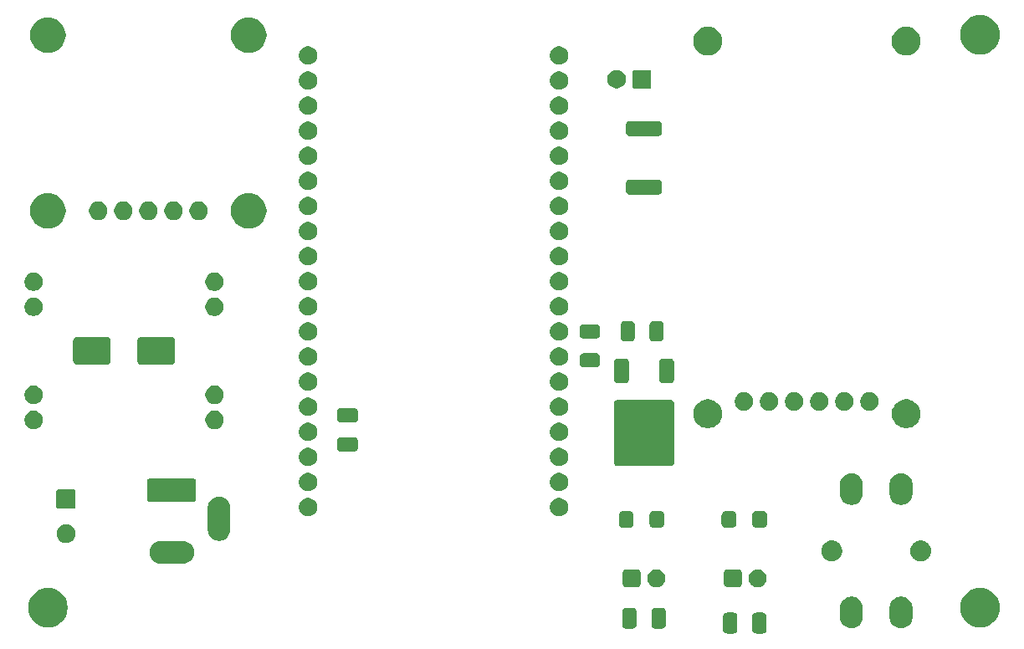
<source format=gbr>
%TF.GenerationSoftware,KiCad,Pcbnew,9.0.1*%
%TF.CreationDate,2025-07-20T02:37:13-05:00*%
%TF.ProjectId,Modulo CO2 de bus TM,4d6f6475-6c6f-4204-934f-322064652062,rev?*%
%TF.SameCoordinates,Original*%
%TF.FileFunction,Soldermask,Bot*%
%TF.FilePolarity,Negative*%
%FSLAX46Y46*%
G04 Gerber Fmt 4.6, Leading zero omitted, Abs format (unit mm)*
G04 Created by KiCad (PCBNEW 9.0.1) date 2025-07-20 02:37:13*
%MOMM*%
%LPD*%
G01*
G04 APERTURE LIST*
G04 APERTURE END LIST*
G36*
X96553400Y-102003038D02*
G01*
X96624771Y-102009730D01*
X96648853Y-102018156D01*
X96676697Y-102022567D01*
X96710111Y-102039592D01*
X96741314Y-102050511D01*
X96763106Y-102066594D01*
X96790992Y-102080803D01*
X96815318Y-102105129D01*
X96839513Y-102122986D01*
X96857369Y-102147180D01*
X96881697Y-102171508D01*
X96895906Y-102199395D01*
X96911988Y-102221185D01*
X96922905Y-102252383D01*
X96939933Y-102285803D01*
X96944343Y-102313649D01*
X96952769Y-102337728D01*
X96959459Y-102409086D01*
X96960000Y-102412500D01*
X96960000Y-103712500D01*
X96959458Y-103715915D01*
X96952769Y-103787271D01*
X96944343Y-103811348D01*
X96939933Y-103839197D01*
X96922904Y-103872618D01*
X96911988Y-103903814D01*
X96895907Y-103925601D01*
X96881697Y-103953492D01*
X96857366Y-103977822D01*
X96839513Y-104002013D01*
X96815322Y-104019866D01*
X96790992Y-104044197D01*
X96763101Y-104058407D01*
X96741314Y-104074488D01*
X96710118Y-104085404D01*
X96676697Y-104102433D01*
X96648848Y-104106843D01*
X96624771Y-104115269D01*
X96553414Y-104121959D01*
X96550000Y-104122500D01*
X95900000Y-104122500D01*
X95896585Y-104121959D01*
X95825228Y-104115269D01*
X95801149Y-104106843D01*
X95773303Y-104102433D01*
X95739883Y-104085405D01*
X95708685Y-104074488D01*
X95686895Y-104058406D01*
X95659008Y-104044197D01*
X95634680Y-104019869D01*
X95610486Y-104002013D01*
X95592629Y-103977818D01*
X95568303Y-103953492D01*
X95554094Y-103925606D01*
X95538011Y-103903814D01*
X95527092Y-103872611D01*
X95510067Y-103839197D01*
X95505656Y-103811353D01*
X95497230Y-103787271D01*
X95490538Y-103715899D01*
X95490000Y-103712500D01*
X95490000Y-102412500D01*
X95490538Y-102409101D01*
X95497230Y-102337728D01*
X95505657Y-102313644D01*
X95510067Y-102285803D01*
X95527091Y-102252390D01*
X95538011Y-102221185D01*
X95554096Y-102199390D01*
X95568303Y-102171508D01*
X95592626Y-102147184D01*
X95610486Y-102122986D01*
X95634684Y-102105126D01*
X95659008Y-102080803D01*
X95686890Y-102066596D01*
X95708685Y-102050511D01*
X95739890Y-102039591D01*
X95773303Y-102022567D01*
X95801144Y-102018157D01*
X95825228Y-102009730D01*
X95896602Y-102003038D01*
X95900000Y-102002500D01*
X96550000Y-102002500D01*
X96553400Y-102003038D01*
G37*
G36*
X99503400Y-102003038D02*
G01*
X99574771Y-102009730D01*
X99598853Y-102018156D01*
X99626697Y-102022567D01*
X99660111Y-102039592D01*
X99691314Y-102050511D01*
X99713106Y-102066594D01*
X99740992Y-102080803D01*
X99765318Y-102105129D01*
X99789513Y-102122986D01*
X99807369Y-102147180D01*
X99831697Y-102171508D01*
X99845906Y-102199395D01*
X99861988Y-102221185D01*
X99872905Y-102252383D01*
X99889933Y-102285803D01*
X99894343Y-102313649D01*
X99902769Y-102337728D01*
X99909459Y-102409086D01*
X99910000Y-102412500D01*
X99910000Y-103712500D01*
X99909458Y-103715915D01*
X99902769Y-103787271D01*
X99894343Y-103811348D01*
X99889933Y-103839197D01*
X99872904Y-103872618D01*
X99861988Y-103903814D01*
X99845907Y-103925601D01*
X99831697Y-103953492D01*
X99807366Y-103977822D01*
X99789513Y-104002013D01*
X99765322Y-104019866D01*
X99740992Y-104044197D01*
X99713101Y-104058407D01*
X99691314Y-104074488D01*
X99660118Y-104085404D01*
X99626697Y-104102433D01*
X99598848Y-104106843D01*
X99574771Y-104115269D01*
X99503414Y-104121959D01*
X99500000Y-104122500D01*
X98850000Y-104122500D01*
X98846585Y-104121959D01*
X98775228Y-104115269D01*
X98751149Y-104106843D01*
X98723303Y-104102433D01*
X98689883Y-104085405D01*
X98658685Y-104074488D01*
X98636895Y-104058406D01*
X98609008Y-104044197D01*
X98584680Y-104019869D01*
X98560486Y-104002013D01*
X98542629Y-103977818D01*
X98518303Y-103953492D01*
X98504094Y-103925606D01*
X98488011Y-103903814D01*
X98477092Y-103872611D01*
X98460067Y-103839197D01*
X98455656Y-103811353D01*
X98447230Y-103787271D01*
X98440538Y-103715899D01*
X98440000Y-103712500D01*
X98440000Y-102412500D01*
X98440538Y-102409101D01*
X98447230Y-102337728D01*
X98455657Y-102313644D01*
X98460067Y-102285803D01*
X98477091Y-102252390D01*
X98488011Y-102221185D01*
X98504096Y-102199390D01*
X98518303Y-102171508D01*
X98542626Y-102147184D01*
X98560486Y-102122986D01*
X98584684Y-102105126D01*
X98609008Y-102080803D01*
X98636890Y-102066596D01*
X98658685Y-102050511D01*
X98689890Y-102039591D01*
X98723303Y-102022567D01*
X98751144Y-102018157D01*
X98775228Y-102009730D01*
X98846602Y-102003038D01*
X98850000Y-102002500D01*
X99500000Y-102002500D01*
X99503400Y-102003038D01*
G37*
G36*
X86353400Y-101503038D02*
G01*
X86424771Y-101509730D01*
X86448853Y-101518156D01*
X86476697Y-101522567D01*
X86510111Y-101539592D01*
X86541314Y-101550511D01*
X86563106Y-101566594D01*
X86590992Y-101580803D01*
X86615318Y-101605129D01*
X86639513Y-101622986D01*
X86657369Y-101647180D01*
X86681697Y-101671508D01*
X86695906Y-101699395D01*
X86711988Y-101721185D01*
X86722905Y-101752383D01*
X86739933Y-101785803D01*
X86744343Y-101813649D01*
X86752769Y-101837728D01*
X86759459Y-101909086D01*
X86760000Y-101912500D01*
X86760000Y-103212500D01*
X86759458Y-103215915D01*
X86752769Y-103287271D01*
X86744343Y-103311348D01*
X86739933Y-103339197D01*
X86722904Y-103372618D01*
X86711988Y-103403814D01*
X86695907Y-103425601D01*
X86681697Y-103453492D01*
X86657366Y-103477822D01*
X86639513Y-103502013D01*
X86615322Y-103519866D01*
X86590992Y-103544197D01*
X86563101Y-103558407D01*
X86541314Y-103574488D01*
X86510118Y-103585404D01*
X86476697Y-103602433D01*
X86448848Y-103606843D01*
X86424771Y-103615269D01*
X86353414Y-103621959D01*
X86350000Y-103622500D01*
X85700000Y-103622500D01*
X85696585Y-103621959D01*
X85625228Y-103615269D01*
X85601149Y-103606843D01*
X85573303Y-103602433D01*
X85539883Y-103585405D01*
X85508685Y-103574488D01*
X85486895Y-103558406D01*
X85459008Y-103544197D01*
X85434680Y-103519869D01*
X85410486Y-103502013D01*
X85392629Y-103477818D01*
X85368303Y-103453492D01*
X85354094Y-103425606D01*
X85338011Y-103403814D01*
X85327092Y-103372611D01*
X85310067Y-103339197D01*
X85305656Y-103311353D01*
X85297230Y-103287271D01*
X85290538Y-103215899D01*
X85290000Y-103212500D01*
X85290000Y-101912500D01*
X85290538Y-101909101D01*
X85297230Y-101837728D01*
X85305657Y-101813644D01*
X85310067Y-101785803D01*
X85327091Y-101752390D01*
X85338011Y-101721185D01*
X85354096Y-101699390D01*
X85368303Y-101671508D01*
X85392626Y-101647184D01*
X85410486Y-101622986D01*
X85434684Y-101605126D01*
X85459008Y-101580803D01*
X85486890Y-101566596D01*
X85508685Y-101550511D01*
X85539890Y-101539591D01*
X85573303Y-101522567D01*
X85601144Y-101518157D01*
X85625228Y-101509730D01*
X85696602Y-101503038D01*
X85700000Y-101502500D01*
X86350000Y-101502500D01*
X86353400Y-101503038D01*
G37*
G36*
X89303400Y-101503038D02*
G01*
X89374771Y-101509730D01*
X89398853Y-101518156D01*
X89426697Y-101522567D01*
X89460111Y-101539592D01*
X89491314Y-101550511D01*
X89513106Y-101566594D01*
X89540992Y-101580803D01*
X89565318Y-101605129D01*
X89589513Y-101622986D01*
X89607369Y-101647180D01*
X89631697Y-101671508D01*
X89645906Y-101699395D01*
X89661988Y-101721185D01*
X89672905Y-101752383D01*
X89689933Y-101785803D01*
X89694343Y-101813649D01*
X89702769Y-101837728D01*
X89709459Y-101909086D01*
X89710000Y-101912500D01*
X89710000Y-103212500D01*
X89709458Y-103215915D01*
X89702769Y-103287271D01*
X89694343Y-103311348D01*
X89689933Y-103339197D01*
X89672904Y-103372618D01*
X89661988Y-103403814D01*
X89645907Y-103425601D01*
X89631697Y-103453492D01*
X89607366Y-103477822D01*
X89589513Y-103502013D01*
X89565322Y-103519866D01*
X89540992Y-103544197D01*
X89513101Y-103558407D01*
X89491314Y-103574488D01*
X89460118Y-103585404D01*
X89426697Y-103602433D01*
X89398848Y-103606843D01*
X89374771Y-103615269D01*
X89303414Y-103621959D01*
X89300000Y-103622500D01*
X88650000Y-103622500D01*
X88646585Y-103621959D01*
X88575228Y-103615269D01*
X88551149Y-103606843D01*
X88523303Y-103602433D01*
X88489883Y-103585405D01*
X88458685Y-103574488D01*
X88436895Y-103558406D01*
X88409008Y-103544197D01*
X88384680Y-103519869D01*
X88360486Y-103502013D01*
X88342629Y-103477818D01*
X88318303Y-103453492D01*
X88304094Y-103425606D01*
X88288011Y-103403814D01*
X88277092Y-103372611D01*
X88260067Y-103339197D01*
X88255656Y-103311353D01*
X88247230Y-103287271D01*
X88240538Y-103215899D01*
X88240000Y-103212500D01*
X88240000Y-101912500D01*
X88240538Y-101909101D01*
X88247230Y-101837728D01*
X88255657Y-101813644D01*
X88260067Y-101785803D01*
X88277091Y-101752390D01*
X88288011Y-101721185D01*
X88304096Y-101699390D01*
X88318303Y-101671508D01*
X88342626Y-101647184D01*
X88360486Y-101622986D01*
X88384684Y-101605126D01*
X88409008Y-101580803D01*
X88436890Y-101566596D01*
X88458685Y-101550511D01*
X88489890Y-101539591D01*
X88523303Y-101522567D01*
X88551144Y-101518157D01*
X88575228Y-101509730D01*
X88646602Y-101503038D01*
X88650000Y-101502500D01*
X89300000Y-101502500D01*
X89303400Y-101503038D01*
G37*
G36*
X108770797Y-100422051D02*
G01*
X108943913Y-100478300D01*
X109106098Y-100560937D01*
X109253360Y-100667929D01*
X109382071Y-100796640D01*
X109489063Y-100943902D01*
X109571700Y-101106087D01*
X109627949Y-101279203D01*
X109656424Y-101458987D01*
X109660000Y-101550000D01*
X109660000Y-102450000D01*
X109656424Y-102541013D01*
X109627949Y-102720797D01*
X109571700Y-102893913D01*
X109489063Y-103056098D01*
X109382071Y-103203360D01*
X109253360Y-103332071D01*
X109106098Y-103439063D01*
X108943913Y-103521700D01*
X108770797Y-103577949D01*
X108591013Y-103606424D01*
X108408987Y-103606424D01*
X108229203Y-103577949D01*
X108056087Y-103521700D01*
X107893902Y-103439063D01*
X107746640Y-103332071D01*
X107617929Y-103203360D01*
X107510937Y-103056098D01*
X107428300Y-102893913D01*
X107372051Y-102720797D01*
X107343576Y-102541013D01*
X107340000Y-102450000D01*
X107340000Y-101550000D01*
X107343576Y-101458987D01*
X107372051Y-101279203D01*
X107428300Y-101106087D01*
X107510937Y-100943902D01*
X107617929Y-100796640D01*
X107746640Y-100667929D01*
X107893902Y-100560937D01*
X108056087Y-100478300D01*
X108229203Y-100422051D01*
X108408987Y-100393576D01*
X108591013Y-100393576D01*
X108770797Y-100422051D01*
G37*
G36*
X113770797Y-100422051D02*
G01*
X113943913Y-100478300D01*
X114106098Y-100560937D01*
X114253360Y-100667929D01*
X114382071Y-100796640D01*
X114489063Y-100943902D01*
X114571700Y-101106087D01*
X114627949Y-101279203D01*
X114656424Y-101458987D01*
X114660000Y-101550000D01*
X114660000Y-102450000D01*
X114656424Y-102541013D01*
X114627949Y-102720797D01*
X114571700Y-102893913D01*
X114489063Y-103056098D01*
X114382071Y-103203360D01*
X114253360Y-103332071D01*
X114106098Y-103439063D01*
X113943913Y-103521700D01*
X113770797Y-103577949D01*
X113591013Y-103606424D01*
X113408987Y-103606424D01*
X113229203Y-103577949D01*
X113056087Y-103521700D01*
X112893902Y-103439063D01*
X112746640Y-103332071D01*
X112617929Y-103203360D01*
X112510937Y-103056098D01*
X112428300Y-102893913D01*
X112372051Y-102720797D01*
X112343576Y-102541013D01*
X112340000Y-102450000D01*
X112340000Y-101550000D01*
X112343576Y-101458987D01*
X112372051Y-101279203D01*
X112428300Y-101106087D01*
X112510937Y-100943902D01*
X112617929Y-100796640D01*
X112746640Y-100667929D01*
X112893902Y-100560937D01*
X113056087Y-100478300D01*
X113229203Y-100422051D01*
X113408987Y-100393576D01*
X113591013Y-100393576D01*
X113770797Y-100422051D01*
G37*
G36*
X27570181Y-99538429D02*
G01*
X27822879Y-99606140D01*
X28064577Y-99706255D01*
X28291140Y-99837061D01*
X28498692Y-99996320D01*
X28683680Y-100181308D01*
X28842939Y-100388860D01*
X28973745Y-100615423D01*
X29073860Y-100857121D01*
X29141571Y-101109819D01*
X29175718Y-101369194D01*
X29175718Y-101630806D01*
X29141571Y-101890181D01*
X29073860Y-102142879D01*
X28973745Y-102384577D01*
X28842939Y-102611140D01*
X28683680Y-102818692D01*
X28498692Y-103003680D01*
X28291140Y-103162939D01*
X28064577Y-103293745D01*
X27822879Y-103393860D01*
X27570181Y-103461571D01*
X27310806Y-103495718D01*
X27049194Y-103495718D01*
X26789819Y-103461571D01*
X26537121Y-103393860D01*
X26295423Y-103293745D01*
X26068860Y-103162939D01*
X25861308Y-103003680D01*
X25676320Y-102818692D01*
X25517061Y-102611140D01*
X25386255Y-102384577D01*
X25286140Y-102142879D01*
X25218429Y-101890181D01*
X25184282Y-101630806D01*
X25184282Y-101369194D01*
X25218429Y-101109819D01*
X25286140Y-100857121D01*
X25386255Y-100615423D01*
X25517061Y-100388860D01*
X25676320Y-100181308D01*
X25861308Y-99996320D01*
X26068860Y-99837061D01*
X26295423Y-99706255D01*
X26537121Y-99606140D01*
X26789819Y-99538429D01*
X27049194Y-99504282D01*
X27310806Y-99504282D01*
X27570181Y-99538429D01*
G37*
G36*
X121890181Y-99538429D02*
G01*
X122142879Y-99606140D01*
X122384577Y-99706255D01*
X122611140Y-99837061D01*
X122818692Y-99996320D01*
X123003680Y-100181308D01*
X123162939Y-100388860D01*
X123293745Y-100615423D01*
X123393860Y-100857121D01*
X123461571Y-101109819D01*
X123495718Y-101369194D01*
X123495718Y-101630806D01*
X123461571Y-101890181D01*
X123393860Y-102142879D01*
X123293745Y-102384577D01*
X123162939Y-102611140D01*
X123003680Y-102818692D01*
X122818692Y-103003680D01*
X122611140Y-103162939D01*
X122384577Y-103293745D01*
X122142879Y-103393860D01*
X121890181Y-103461571D01*
X121630806Y-103495718D01*
X121369194Y-103495718D01*
X121109819Y-103461571D01*
X120857121Y-103393860D01*
X120615423Y-103293745D01*
X120388860Y-103162939D01*
X120181308Y-103003680D01*
X119996320Y-102818692D01*
X119837061Y-102611140D01*
X119706255Y-102384577D01*
X119606140Y-102142879D01*
X119538429Y-101890181D01*
X119504282Y-101630806D01*
X119504282Y-101369194D01*
X119538429Y-101109819D01*
X119606140Y-100857121D01*
X119706255Y-100615423D01*
X119837061Y-100388860D01*
X119996320Y-100181308D01*
X120181308Y-99996320D01*
X120388860Y-99837061D01*
X120615423Y-99706255D01*
X120857121Y-99606140D01*
X121109819Y-99538429D01*
X121369194Y-99504282D01*
X121630806Y-99504282D01*
X121890181Y-99538429D01*
G37*
G36*
X86779232Y-97615616D02*
G01*
X86845123Y-97621795D01*
X86861876Y-97627657D01*
X86884854Y-97631005D01*
X86918624Y-97647514D01*
X86954635Y-97660115D01*
X86974717Y-97674936D01*
X86998715Y-97686668D01*
X87021537Y-97709490D01*
X87046837Y-97728162D01*
X87065508Y-97753461D01*
X87088332Y-97776285D01*
X87100063Y-97800283D01*
X87114884Y-97820364D01*
X87127482Y-97856369D01*
X87143995Y-97890146D01*
X87147343Y-97913129D01*
X87153203Y-97929875D01*
X87159380Y-97995746D01*
X87160000Y-98000000D01*
X87160000Y-99050000D01*
X87159380Y-99054251D01*
X87153204Y-99120123D01*
X87147343Y-99136871D01*
X87143995Y-99159854D01*
X87127482Y-99193631D01*
X87114884Y-99229635D01*
X87100065Y-99249713D01*
X87088332Y-99273715D01*
X87065505Y-99296541D01*
X87046837Y-99321837D01*
X87021541Y-99340505D01*
X86998715Y-99363332D01*
X86974713Y-99375065D01*
X86954635Y-99389884D01*
X86918633Y-99402481D01*
X86884854Y-99418995D01*
X86861868Y-99422343D01*
X86845124Y-99428203D01*
X86779255Y-99434380D01*
X86775000Y-99435000D01*
X85725000Y-99435000D01*
X85720749Y-99434380D01*
X85654876Y-99428204D01*
X85638126Y-99422343D01*
X85615146Y-99418995D01*
X85581370Y-99402483D01*
X85545364Y-99389884D01*
X85525283Y-99375063D01*
X85501285Y-99363332D01*
X85478461Y-99340508D01*
X85453162Y-99321837D01*
X85434490Y-99296537D01*
X85411668Y-99273715D01*
X85399936Y-99249717D01*
X85385115Y-99229635D01*
X85372515Y-99193626D01*
X85356005Y-99159854D01*
X85352656Y-99136873D01*
X85346796Y-99120124D01*
X85340617Y-99054235D01*
X85340000Y-99050000D01*
X85340000Y-98000000D01*
X85340616Y-97995769D01*
X85346795Y-97929876D01*
X85352657Y-97913121D01*
X85356005Y-97890146D01*
X85372513Y-97856377D01*
X85385115Y-97820364D01*
X85399938Y-97800279D01*
X85411668Y-97776285D01*
X85434487Y-97753465D01*
X85453162Y-97728162D01*
X85478465Y-97709487D01*
X85501285Y-97686668D01*
X85525279Y-97674938D01*
X85545364Y-97660115D01*
X85581376Y-97647513D01*
X85615146Y-97631005D01*
X85638124Y-97627657D01*
X85654875Y-97621796D01*
X85720765Y-97615616D01*
X85725000Y-97615000D01*
X86775000Y-97615000D01*
X86779232Y-97615616D01*
G37*
G36*
X97029232Y-97615616D02*
G01*
X97095123Y-97621795D01*
X97111876Y-97627657D01*
X97134854Y-97631005D01*
X97168624Y-97647514D01*
X97204635Y-97660115D01*
X97224717Y-97674936D01*
X97248715Y-97686668D01*
X97271537Y-97709490D01*
X97296837Y-97728162D01*
X97315508Y-97753461D01*
X97338332Y-97776285D01*
X97350063Y-97800283D01*
X97364884Y-97820364D01*
X97377482Y-97856369D01*
X97393995Y-97890146D01*
X97397343Y-97913129D01*
X97403203Y-97929875D01*
X97409380Y-97995746D01*
X97410000Y-98000000D01*
X97410000Y-99050000D01*
X97409380Y-99054251D01*
X97403204Y-99120123D01*
X97397343Y-99136871D01*
X97393995Y-99159854D01*
X97377482Y-99193631D01*
X97364884Y-99229635D01*
X97350065Y-99249713D01*
X97338332Y-99273715D01*
X97315505Y-99296541D01*
X97296837Y-99321837D01*
X97271541Y-99340505D01*
X97248715Y-99363332D01*
X97224713Y-99375065D01*
X97204635Y-99389884D01*
X97168633Y-99402481D01*
X97134854Y-99418995D01*
X97111868Y-99422343D01*
X97095124Y-99428203D01*
X97029255Y-99434380D01*
X97025000Y-99435000D01*
X95975000Y-99435000D01*
X95970749Y-99434380D01*
X95904876Y-99428204D01*
X95888126Y-99422343D01*
X95865146Y-99418995D01*
X95831370Y-99402483D01*
X95795364Y-99389884D01*
X95775283Y-99375063D01*
X95751285Y-99363332D01*
X95728461Y-99340508D01*
X95703162Y-99321837D01*
X95684490Y-99296537D01*
X95661668Y-99273715D01*
X95649936Y-99249717D01*
X95635115Y-99229635D01*
X95622515Y-99193626D01*
X95606005Y-99159854D01*
X95602656Y-99136873D01*
X95596796Y-99120124D01*
X95590617Y-99054235D01*
X95590000Y-99050000D01*
X95590000Y-98000000D01*
X95590616Y-97995769D01*
X95596795Y-97929876D01*
X95602657Y-97913121D01*
X95606005Y-97890146D01*
X95622513Y-97856377D01*
X95635115Y-97820364D01*
X95649938Y-97800279D01*
X95661668Y-97776285D01*
X95684487Y-97753465D01*
X95703162Y-97728162D01*
X95728465Y-97709487D01*
X95751285Y-97686668D01*
X95775279Y-97674938D01*
X95795364Y-97660115D01*
X95831376Y-97647513D01*
X95865146Y-97631005D01*
X95888124Y-97627657D01*
X95904875Y-97621796D01*
X95970765Y-97615616D01*
X95975000Y-97615000D01*
X97025000Y-97615000D01*
X97029232Y-97615616D01*
G37*
G36*
X89014159Y-97654184D02*
G01*
X89178971Y-97722452D01*
X89327298Y-97821560D01*
X89453440Y-97947702D01*
X89552548Y-98096029D01*
X89620816Y-98260841D01*
X89655618Y-98435804D01*
X89655618Y-98614196D01*
X89620816Y-98789159D01*
X89552548Y-98953971D01*
X89453440Y-99102298D01*
X89327298Y-99228440D01*
X89178971Y-99327548D01*
X89014159Y-99395816D01*
X88839196Y-99430618D01*
X88660804Y-99430618D01*
X88485841Y-99395816D01*
X88321029Y-99327548D01*
X88172702Y-99228440D01*
X88046560Y-99102298D01*
X87947452Y-98953971D01*
X87879184Y-98789159D01*
X87844382Y-98614196D01*
X87844382Y-98435804D01*
X87879184Y-98260841D01*
X87947452Y-98096029D01*
X88046560Y-97947702D01*
X88172702Y-97821560D01*
X88321029Y-97722452D01*
X88485841Y-97654184D01*
X88660804Y-97619382D01*
X88839196Y-97619382D01*
X89014159Y-97654184D01*
G37*
G36*
X99264159Y-97654184D02*
G01*
X99428971Y-97722452D01*
X99577298Y-97821560D01*
X99703440Y-97947702D01*
X99802548Y-98096029D01*
X99870816Y-98260841D01*
X99905618Y-98435804D01*
X99905618Y-98614196D01*
X99870816Y-98789159D01*
X99802548Y-98953971D01*
X99703440Y-99102298D01*
X99577298Y-99228440D01*
X99428971Y-99327548D01*
X99264159Y-99395816D01*
X99089196Y-99430618D01*
X98910804Y-99430618D01*
X98735841Y-99395816D01*
X98571029Y-99327548D01*
X98422702Y-99228440D01*
X98296560Y-99102298D01*
X98197452Y-98953971D01*
X98129184Y-98789159D01*
X98094382Y-98614196D01*
X98094382Y-98435804D01*
X98129184Y-98260841D01*
X98197452Y-98096029D01*
X98296560Y-97947702D01*
X98422702Y-97821560D01*
X98571029Y-97722452D01*
X98735841Y-97654184D01*
X98910804Y-97619382D01*
X99089196Y-97619382D01*
X99264159Y-97654184D01*
G37*
G36*
X40891013Y-94743576D02*
G01*
X41070797Y-94772051D01*
X41243913Y-94828300D01*
X41406098Y-94910937D01*
X41553360Y-95017929D01*
X41682071Y-95146640D01*
X41789063Y-95293902D01*
X41871700Y-95456087D01*
X41927949Y-95629203D01*
X41956424Y-95808987D01*
X41956424Y-95991013D01*
X41927949Y-96170797D01*
X41871700Y-96343913D01*
X41789063Y-96506098D01*
X41682071Y-96653360D01*
X41553360Y-96782071D01*
X41406098Y-96889063D01*
X41243913Y-96971700D01*
X41070797Y-97027949D01*
X40891013Y-97056424D01*
X40800000Y-97060000D01*
X40799030Y-97060000D01*
X38600970Y-97060000D01*
X38600000Y-97060000D01*
X38508987Y-97056424D01*
X38329203Y-97027949D01*
X38156087Y-96971700D01*
X37993902Y-96889063D01*
X37846640Y-96782071D01*
X37717929Y-96653360D01*
X37610937Y-96506098D01*
X37528300Y-96343913D01*
X37472051Y-96170797D01*
X37443576Y-95991013D01*
X37443576Y-95808987D01*
X37472051Y-95629203D01*
X37528300Y-95456087D01*
X37610937Y-95293902D01*
X37717929Y-95146640D01*
X37846640Y-95017929D01*
X37993902Y-94910937D01*
X38156087Y-94828300D01*
X38329203Y-94772051D01*
X38508987Y-94743576D01*
X38600000Y-94740000D01*
X40800000Y-94740000D01*
X40891013Y-94743576D01*
G37*
G36*
X106593778Y-94695104D02*
G01*
X106603898Y-94695104D01*
X106643438Y-94702969D01*
X106747411Y-94719436D01*
X106780855Y-94730302D01*
X106807702Y-94735643D01*
X106845591Y-94751337D01*
X106905583Y-94770830D01*
X106961783Y-94799465D01*
X106999681Y-94815163D01*
X107022446Y-94830374D01*
X107053769Y-94846334D01*
X107138927Y-94908205D01*
X107172457Y-94930609D01*
X107179612Y-94937764D01*
X107188312Y-94944085D01*
X107305914Y-95061687D01*
X107312234Y-95070386D01*
X107319391Y-95077543D01*
X107341797Y-95111076D01*
X107403665Y-95196230D01*
X107419623Y-95227550D01*
X107434837Y-95250319D01*
X107450536Y-95288221D01*
X107479169Y-95344416D01*
X107498659Y-95404401D01*
X107514357Y-95442298D01*
X107519698Y-95469150D01*
X107530563Y-95502588D01*
X107547029Y-95606555D01*
X107554896Y-95646102D01*
X107554896Y-95656221D01*
X107556578Y-95666841D01*
X107556578Y-95833158D01*
X107554896Y-95843777D01*
X107554896Y-95853898D01*
X107547029Y-95893447D01*
X107530563Y-95997411D01*
X107519698Y-96030847D01*
X107514357Y-96057702D01*
X107498658Y-96095602D01*
X107479169Y-96155583D01*
X107450538Y-96211773D01*
X107434837Y-96249681D01*
X107419621Y-96272452D01*
X107403665Y-96303769D01*
X107341806Y-96388910D01*
X107319391Y-96422457D01*
X107312232Y-96429615D01*
X107305914Y-96438312D01*
X107188312Y-96555914D01*
X107179615Y-96562232D01*
X107172457Y-96569391D01*
X107138910Y-96591806D01*
X107053769Y-96653665D01*
X107022452Y-96669621D01*
X106999681Y-96684837D01*
X106961773Y-96700538D01*
X106905583Y-96729169D01*
X106845602Y-96748658D01*
X106807702Y-96764357D01*
X106780847Y-96769698D01*
X106747411Y-96780563D01*
X106643447Y-96797029D01*
X106603898Y-96804896D01*
X106593778Y-96804896D01*
X106583158Y-96806578D01*
X106416842Y-96806578D01*
X106406222Y-96804896D01*
X106396102Y-96804896D01*
X106356553Y-96797029D01*
X106252588Y-96780563D01*
X106219150Y-96769698D01*
X106192298Y-96764357D01*
X106154401Y-96748659D01*
X106094416Y-96729169D01*
X106038221Y-96700536D01*
X106000319Y-96684837D01*
X105977550Y-96669623D01*
X105946230Y-96653665D01*
X105861076Y-96591797D01*
X105827543Y-96569391D01*
X105820386Y-96562234D01*
X105811687Y-96555914D01*
X105694085Y-96438312D01*
X105687764Y-96429612D01*
X105680609Y-96422457D01*
X105658205Y-96388927D01*
X105596334Y-96303769D01*
X105580374Y-96272446D01*
X105565163Y-96249681D01*
X105549465Y-96211783D01*
X105520830Y-96155583D01*
X105501337Y-96095591D01*
X105485643Y-96057702D01*
X105480302Y-96030855D01*
X105469436Y-95997411D01*
X105452969Y-95893438D01*
X105445104Y-95853898D01*
X105445104Y-95843778D01*
X105443422Y-95833158D01*
X105443422Y-95666841D01*
X105445104Y-95656220D01*
X105445104Y-95646102D01*
X105452968Y-95606565D01*
X105469436Y-95502588D01*
X105480303Y-95469142D01*
X105485643Y-95442298D01*
X105501335Y-95404412D01*
X105520830Y-95344416D01*
X105549467Y-95288210D01*
X105565163Y-95250319D01*
X105580372Y-95227556D01*
X105596334Y-95196230D01*
X105658213Y-95111059D01*
X105680609Y-95077543D01*
X105687761Y-95070390D01*
X105694085Y-95061687D01*
X105811687Y-94944085D01*
X105820390Y-94937761D01*
X105827543Y-94930609D01*
X105861059Y-94908213D01*
X105946230Y-94846334D01*
X105977556Y-94830372D01*
X106000319Y-94815163D01*
X106038210Y-94799467D01*
X106094416Y-94770830D01*
X106154412Y-94751335D01*
X106192298Y-94735643D01*
X106219142Y-94730303D01*
X106252588Y-94719436D01*
X106356562Y-94702968D01*
X106396102Y-94695104D01*
X106406222Y-94695104D01*
X106416842Y-94693422D01*
X106583158Y-94693422D01*
X106593778Y-94695104D01*
G37*
G36*
X115593778Y-94695104D02*
G01*
X115603898Y-94695104D01*
X115643438Y-94702969D01*
X115747411Y-94719436D01*
X115780855Y-94730302D01*
X115807702Y-94735643D01*
X115845591Y-94751337D01*
X115905583Y-94770830D01*
X115961783Y-94799465D01*
X115999681Y-94815163D01*
X116022446Y-94830374D01*
X116053769Y-94846334D01*
X116138927Y-94908205D01*
X116172457Y-94930609D01*
X116179612Y-94937764D01*
X116188312Y-94944085D01*
X116305914Y-95061687D01*
X116312234Y-95070386D01*
X116319391Y-95077543D01*
X116341797Y-95111076D01*
X116403665Y-95196230D01*
X116419623Y-95227550D01*
X116434837Y-95250319D01*
X116450536Y-95288221D01*
X116479169Y-95344416D01*
X116498659Y-95404401D01*
X116514357Y-95442298D01*
X116519698Y-95469150D01*
X116530563Y-95502588D01*
X116547029Y-95606555D01*
X116554896Y-95646102D01*
X116554896Y-95656221D01*
X116556578Y-95666841D01*
X116556578Y-95833158D01*
X116554896Y-95843777D01*
X116554896Y-95853898D01*
X116547029Y-95893447D01*
X116530563Y-95997411D01*
X116519698Y-96030847D01*
X116514357Y-96057702D01*
X116498658Y-96095602D01*
X116479169Y-96155583D01*
X116450538Y-96211773D01*
X116434837Y-96249681D01*
X116419621Y-96272452D01*
X116403665Y-96303769D01*
X116341806Y-96388910D01*
X116319391Y-96422457D01*
X116312232Y-96429615D01*
X116305914Y-96438312D01*
X116188312Y-96555914D01*
X116179615Y-96562232D01*
X116172457Y-96569391D01*
X116138910Y-96591806D01*
X116053769Y-96653665D01*
X116022452Y-96669621D01*
X115999681Y-96684837D01*
X115961773Y-96700538D01*
X115905583Y-96729169D01*
X115845602Y-96748658D01*
X115807702Y-96764357D01*
X115780847Y-96769698D01*
X115747411Y-96780563D01*
X115643447Y-96797029D01*
X115603898Y-96804896D01*
X115593778Y-96804896D01*
X115583158Y-96806578D01*
X115416842Y-96806578D01*
X115406222Y-96804896D01*
X115396102Y-96804896D01*
X115356553Y-96797029D01*
X115252588Y-96780563D01*
X115219150Y-96769698D01*
X115192298Y-96764357D01*
X115154401Y-96748659D01*
X115094416Y-96729169D01*
X115038221Y-96700536D01*
X115000319Y-96684837D01*
X114977550Y-96669623D01*
X114946230Y-96653665D01*
X114861076Y-96591797D01*
X114827543Y-96569391D01*
X114820386Y-96562234D01*
X114811687Y-96555914D01*
X114694085Y-96438312D01*
X114687764Y-96429612D01*
X114680609Y-96422457D01*
X114658205Y-96388927D01*
X114596334Y-96303769D01*
X114580374Y-96272446D01*
X114565163Y-96249681D01*
X114549465Y-96211783D01*
X114520830Y-96155583D01*
X114501337Y-96095591D01*
X114485643Y-96057702D01*
X114480302Y-96030855D01*
X114469436Y-95997411D01*
X114452969Y-95893438D01*
X114445104Y-95853898D01*
X114445104Y-95843778D01*
X114443422Y-95833158D01*
X114443422Y-95666841D01*
X114445104Y-95656220D01*
X114445104Y-95646102D01*
X114452968Y-95606565D01*
X114469436Y-95502588D01*
X114480303Y-95469142D01*
X114485643Y-95442298D01*
X114501335Y-95404412D01*
X114520830Y-95344416D01*
X114549467Y-95288210D01*
X114565163Y-95250319D01*
X114580372Y-95227556D01*
X114596334Y-95196230D01*
X114658213Y-95111059D01*
X114680609Y-95077543D01*
X114687761Y-95070390D01*
X114694085Y-95061687D01*
X114811687Y-94944085D01*
X114820390Y-94937761D01*
X114827543Y-94930609D01*
X114861059Y-94908213D01*
X114946230Y-94846334D01*
X114977556Y-94830372D01*
X115000319Y-94815163D01*
X115038210Y-94799467D01*
X115094416Y-94770830D01*
X115154412Y-94751335D01*
X115192298Y-94735643D01*
X115219142Y-94730303D01*
X115252588Y-94719436D01*
X115356562Y-94702968D01*
X115396102Y-94695104D01*
X115406222Y-94695104D01*
X115416842Y-94693422D01*
X115583158Y-94693422D01*
X115593778Y-94695104D01*
G37*
G36*
X29278673Y-93081337D02*
G01*
X29452541Y-93153356D01*
X29609018Y-93257910D01*
X29742090Y-93390982D01*
X29846644Y-93547459D01*
X29918663Y-93721327D01*
X29955377Y-93905904D01*
X29955377Y-94094096D01*
X29918663Y-94278673D01*
X29846644Y-94452541D01*
X29742090Y-94609018D01*
X29609018Y-94742090D01*
X29452541Y-94846644D01*
X29278673Y-94918663D01*
X29094096Y-94955377D01*
X28905904Y-94955377D01*
X28721327Y-94918663D01*
X28547459Y-94846644D01*
X28390982Y-94742090D01*
X28257910Y-94609018D01*
X28153356Y-94452541D01*
X28081337Y-94278673D01*
X28044623Y-94094096D01*
X28044623Y-93905904D01*
X28081337Y-93721327D01*
X28153356Y-93547459D01*
X28257910Y-93390982D01*
X28390982Y-93257910D01*
X28547459Y-93153356D01*
X28721327Y-93081337D01*
X28905904Y-93044623D01*
X29094096Y-93044623D01*
X29278673Y-93081337D01*
G37*
G36*
X44768462Y-90281775D02*
G01*
X44940086Y-90337539D01*
X45100873Y-90419464D01*
X45246865Y-90525533D01*
X45374467Y-90653135D01*
X45480536Y-90799127D01*
X45562461Y-90959914D01*
X45618225Y-91131538D01*
X45646455Y-91309772D01*
X45650000Y-91400000D01*
X45650000Y-93600000D01*
X45646455Y-93690228D01*
X45618225Y-93868462D01*
X45562461Y-94040086D01*
X45480536Y-94200873D01*
X45374467Y-94346865D01*
X45246865Y-94474467D01*
X45100873Y-94580536D01*
X44940086Y-94662461D01*
X44768462Y-94718225D01*
X44590228Y-94746455D01*
X44409772Y-94746455D01*
X44231538Y-94718225D01*
X44059914Y-94662461D01*
X43899127Y-94580536D01*
X43753135Y-94474467D01*
X43625533Y-94346865D01*
X43519464Y-94200873D01*
X43437539Y-94040086D01*
X43381775Y-93868462D01*
X43353545Y-93690228D01*
X43350000Y-93600000D01*
X43350000Y-91400000D01*
X43353545Y-91309772D01*
X43381775Y-91131538D01*
X43437539Y-90959914D01*
X43519464Y-90799127D01*
X43625533Y-90653135D01*
X43753135Y-90525533D01*
X43899127Y-90419464D01*
X44059914Y-90337539D01*
X44231538Y-90281775D01*
X44409772Y-90253545D01*
X44590228Y-90253545D01*
X44768462Y-90281775D01*
G37*
G36*
X89185519Y-91710519D02*
G01*
X89191555Y-91712631D01*
X89196819Y-91713197D01*
X89252143Y-91733831D01*
X89314944Y-91755807D01*
X89318911Y-91758735D01*
X89320211Y-91759220D01*
X89365178Y-91792881D01*
X89425269Y-91837231D01*
X89469635Y-91897345D01*
X89503279Y-91942288D01*
X89503763Y-91943586D01*
X89506693Y-91947556D01*
X89528677Y-92010383D01*
X89549302Y-92065680D01*
X89549867Y-92070941D01*
X89551981Y-92076981D01*
X89560000Y-92162500D01*
X89560000Y-92962500D01*
X89551981Y-93048019D01*
X89549867Y-93054059D01*
X89549302Y-93059319D01*
X89528683Y-93114599D01*
X89506693Y-93177444D01*
X89503762Y-93181414D01*
X89503279Y-93182711D01*
X89469688Y-93227583D01*
X89425269Y-93287769D01*
X89365083Y-93332188D01*
X89320211Y-93365779D01*
X89318914Y-93366262D01*
X89314944Y-93369193D01*
X89252099Y-93391183D01*
X89196819Y-93411802D01*
X89191559Y-93412367D01*
X89185519Y-93414481D01*
X89100000Y-93422500D01*
X88500000Y-93422500D01*
X88414481Y-93414481D01*
X88408441Y-93412367D01*
X88403180Y-93411802D01*
X88347883Y-93391177D01*
X88285056Y-93369193D01*
X88281086Y-93366263D01*
X88279788Y-93365779D01*
X88234845Y-93332135D01*
X88174731Y-93287769D01*
X88130381Y-93227678D01*
X88096720Y-93182711D01*
X88096235Y-93181411D01*
X88093307Y-93177444D01*
X88071331Y-93114643D01*
X88050697Y-93059319D01*
X88050131Y-93054055D01*
X88048019Y-93048019D01*
X88040000Y-92962500D01*
X88040000Y-92162500D01*
X88048019Y-92076981D01*
X88050130Y-92070945D01*
X88050697Y-92065680D01*
X88071337Y-92010340D01*
X88093307Y-91947556D01*
X88096234Y-91943589D01*
X88096720Y-91942288D01*
X88130434Y-91897250D01*
X88174731Y-91837231D01*
X88234750Y-91792934D01*
X88279788Y-91759220D01*
X88281089Y-91758734D01*
X88285056Y-91755807D01*
X88347840Y-91733837D01*
X88403180Y-91713197D01*
X88408445Y-91712630D01*
X88414481Y-91710519D01*
X88500000Y-91702500D01*
X89100000Y-91702500D01*
X89185519Y-91710519D01*
G37*
G36*
X99585519Y-91710519D02*
G01*
X99591555Y-91712631D01*
X99596819Y-91713197D01*
X99652143Y-91733831D01*
X99714944Y-91755807D01*
X99718911Y-91758735D01*
X99720211Y-91759220D01*
X99765178Y-91792881D01*
X99825269Y-91837231D01*
X99869635Y-91897345D01*
X99903279Y-91942288D01*
X99903763Y-91943586D01*
X99906693Y-91947556D01*
X99928677Y-92010383D01*
X99949302Y-92065680D01*
X99949867Y-92070941D01*
X99951981Y-92076981D01*
X99960000Y-92162500D01*
X99960000Y-92962500D01*
X99951981Y-93048019D01*
X99949867Y-93054059D01*
X99949302Y-93059319D01*
X99928683Y-93114599D01*
X99906693Y-93177444D01*
X99903762Y-93181414D01*
X99903279Y-93182711D01*
X99869688Y-93227583D01*
X99825269Y-93287769D01*
X99765083Y-93332188D01*
X99720211Y-93365779D01*
X99718914Y-93366262D01*
X99714944Y-93369193D01*
X99652099Y-93391183D01*
X99596819Y-93411802D01*
X99591559Y-93412367D01*
X99585519Y-93414481D01*
X99500000Y-93422500D01*
X98900000Y-93422500D01*
X98814481Y-93414481D01*
X98808441Y-93412367D01*
X98803180Y-93411802D01*
X98747883Y-93391177D01*
X98685056Y-93369193D01*
X98681086Y-93366263D01*
X98679788Y-93365779D01*
X98634845Y-93332135D01*
X98574731Y-93287769D01*
X98530381Y-93227678D01*
X98496720Y-93182711D01*
X98496235Y-93181411D01*
X98493307Y-93177444D01*
X98471331Y-93114643D01*
X98450697Y-93059319D01*
X98450131Y-93054055D01*
X98448019Y-93048019D01*
X98440000Y-92962500D01*
X98440000Y-92162500D01*
X98448019Y-92076981D01*
X98450130Y-92070945D01*
X98450697Y-92065680D01*
X98471337Y-92010340D01*
X98493307Y-91947556D01*
X98496234Y-91943589D01*
X98496720Y-91942288D01*
X98530434Y-91897250D01*
X98574731Y-91837231D01*
X98634750Y-91792934D01*
X98679788Y-91759220D01*
X98681089Y-91758734D01*
X98685056Y-91755807D01*
X98747840Y-91733837D01*
X98803180Y-91713197D01*
X98808445Y-91712630D01*
X98814481Y-91710519D01*
X98900000Y-91702500D01*
X99500000Y-91702500D01*
X99585519Y-91710519D01*
G37*
G36*
X86083660Y-91720345D02*
G01*
X86089589Y-91722419D01*
X86094689Y-91722968D01*
X86148312Y-91742967D01*
X86210271Y-91764648D01*
X86214183Y-91767535D01*
X86215418Y-91767996D01*
X86258132Y-91799971D01*
X86318198Y-91844302D01*
X86362546Y-91904391D01*
X86394503Y-91947081D01*
X86394963Y-91948314D01*
X86397852Y-91952229D01*
X86419537Y-92014202D01*
X86439530Y-92067806D01*
X86440078Y-92072904D01*
X86442155Y-92078840D01*
X86450000Y-92162500D01*
X86450000Y-92962500D01*
X86442155Y-93046160D01*
X86440078Y-93052093D01*
X86439531Y-93057189D01*
X86419547Y-93110769D01*
X86397852Y-93172771D01*
X86394962Y-93176686D01*
X86394503Y-93177918D01*
X86362598Y-93220537D01*
X86318198Y-93280698D01*
X86258037Y-93325098D01*
X86215418Y-93357003D01*
X86214186Y-93357462D01*
X86210271Y-93360352D01*
X86148281Y-93382043D01*
X86094693Y-93402030D01*
X86089595Y-93402578D01*
X86083660Y-93404655D01*
X86000000Y-93412500D01*
X85400000Y-93412500D01*
X85316340Y-93404655D01*
X85310407Y-93402579D01*
X85305310Y-93402031D01*
X85251714Y-93382041D01*
X85189729Y-93360352D01*
X85185814Y-93357463D01*
X85184581Y-93357003D01*
X85141891Y-93325046D01*
X85081802Y-93280698D01*
X85037471Y-93220632D01*
X85005496Y-93177918D01*
X85005035Y-93176683D01*
X85002148Y-93172771D01*
X84980472Y-93110824D01*
X84960469Y-93057193D01*
X84959920Y-93052091D01*
X84957845Y-93046160D01*
X84950000Y-92962500D01*
X84950000Y-92162500D01*
X84957845Y-92078840D01*
X84959919Y-92072911D01*
X84960468Y-92067810D01*
X84980473Y-92014170D01*
X85002148Y-91952229D01*
X85005034Y-91948317D01*
X85005496Y-91947081D01*
X85037523Y-91904296D01*
X85081802Y-91844302D01*
X85141796Y-91800023D01*
X85184581Y-91767996D01*
X85185817Y-91767534D01*
X85189729Y-91764648D01*
X85251659Y-91742977D01*
X85305306Y-91722969D01*
X85310408Y-91722420D01*
X85316340Y-91720345D01*
X85400000Y-91712500D01*
X86000000Y-91712500D01*
X86083660Y-91720345D01*
G37*
G36*
X96483660Y-91720345D02*
G01*
X96489589Y-91722419D01*
X96494689Y-91722968D01*
X96548312Y-91742967D01*
X96610271Y-91764648D01*
X96614183Y-91767535D01*
X96615418Y-91767996D01*
X96658132Y-91799971D01*
X96718198Y-91844302D01*
X96762546Y-91904391D01*
X96794503Y-91947081D01*
X96794963Y-91948314D01*
X96797852Y-91952229D01*
X96819537Y-92014202D01*
X96839530Y-92067806D01*
X96840078Y-92072904D01*
X96842155Y-92078840D01*
X96850000Y-92162500D01*
X96850000Y-92962500D01*
X96842155Y-93046160D01*
X96840078Y-93052093D01*
X96839531Y-93057189D01*
X96819547Y-93110769D01*
X96797852Y-93172771D01*
X96794962Y-93176686D01*
X96794503Y-93177918D01*
X96762598Y-93220537D01*
X96718198Y-93280698D01*
X96658037Y-93325098D01*
X96615418Y-93357003D01*
X96614186Y-93357462D01*
X96610271Y-93360352D01*
X96548281Y-93382043D01*
X96494693Y-93402030D01*
X96489595Y-93402578D01*
X96483660Y-93404655D01*
X96400000Y-93412500D01*
X95800000Y-93412500D01*
X95716340Y-93404655D01*
X95710407Y-93402579D01*
X95705310Y-93402031D01*
X95651714Y-93382041D01*
X95589729Y-93360352D01*
X95585814Y-93357463D01*
X95584581Y-93357003D01*
X95541891Y-93325046D01*
X95481802Y-93280698D01*
X95437471Y-93220632D01*
X95405496Y-93177918D01*
X95405035Y-93176683D01*
X95402148Y-93172771D01*
X95380472Y-93110824D01*
X95360469Y-93057193D01*
X95359920Y-93052091D01*
X95357845Y-93046160D01*
X95350000Y-92962500D01*
X95350000Y-92162500D01*
X95357845Y-92078840D01*
X95359919Y-92072911D01*
X95360468Y-92067810D01*
X95380473Y-92014170D01*
X95402148Y-91952229D01*
X95405034Y-91948317D01*
X95405496Y-91947081D01*
X95437523Y-91904296D01*
X95481802Y-91844302D01*
X95541796Y-91800023D01*
X95584581Y-91767996D01*
X95585817Y-91767534D01*
X95589729Y-91764648D01*
X95651659Y-91742977D01*
X95705306Y-91722969D01*
X95710408Y-91722420D01*
X95716340Y-91720345D01*
X95800000Y-91712500D01*
X96400000Y-91712500D01*
X96483660Y-91720345D01*
G37*
G36*
X53772868Y-90420476D02*
G01*
X53943113Y-90490994D01*
X54096330Y-90593370D01*
X54226630Y-90723670D01*
X54329006Y-90876887D01*
X54399524Y-91047132D01*
X54435474Y-91227864D01*
X54435474Y-91412136D01*
X54399524Y-91592868D01*
X54329006Y-91763113D01*
X54226630Y-91916330D01*
X54096330Y-92046630D01*
X53943113Y-92149006D01*
X53772868Y-92219524D01*
X53592136Y-92255474D01*
X53407864Y-92255474D01*
X53227132Y-92219524D01*
X53056887Y-92149006D01*
X52903670Y-92046630D01*
X52773370Y-91916330D01*
X52670994Y-91763113D01*
X52600476Y-91592868D01*
X52564526Y-91412136D01*
X52564526Y-91227864D01*
X52600476Y-91047132D01*
X52670994Y-90876887D01*
X52773370Y-90723670D01*
X52903670Y-90593370D01*
X53056887Y-90490994D01*
X53227132Y-90420476D01*
X53407864Y-90384526D01*
X53592136Y-90384526D01*
X53772868Y-90420476D01*
G37*
G36*
X79172868Y-90420476D02*
G01*
X79343113Y-90490994D01*
X79496330Y-90593370D01*
X79626630Y-90723670D01*
X79729006Y-90876887D01*
X79799524Y-91047132D01*
X79835474Y-91227864D01*
X79835474Y-91412136D01*
X79799524Y-91592868D01*
X79729006Y-91763113D01*
X79626630Y-91916330D01*
X79496330Y-92046630D01*
X79343113Y-92149006D01*
X79172868Y-92219524D01*
X78992136Y-92255474D01*
X78807864Y-92255474D01*
X78627132Y-92219524D01*
X78456887Y-92149006D01*
X78303670Y-92046630D01*
X78173370Y-91916330D01*
X78070994Y-91763113D01*
X78000476Y-91592868D01*
X77964526Y-91412136D01*
X77964526Y-91227864D01*
X78000476Y-91047132D01*
X78070994Y-90876887D01*
X78173370Y-90723670D01*
X78303670Y-90593370D01*
X78456887Y-90490994D01*
X78627132Y-90420476D01*
X78807864Y-90384526D01*
X78992136Y-90384526D01*
X79172868Y-90420476D01*
G37*
G36*
X29861229Y-89552179D02*
G01*
X29913137Y-89586863D01*
X29947821Y-89638771D01*
X29960000Y-89700000D01*
X29960000Y-91300000D01*
X29947821Y-91361229D01*
X29913137Y-91413137D01*
X29861229Y-91447821D01*
X29800000Y-91460000D01*
X28200000Y-91460000D01*
X28138771Y-91447821D01*
X28086863Y-91413137D01*
X28052179Y-91361229D01*
X28040000Y-91300000D01*
X28040000Y-89700000D01*
X28052179Y-89638771D01*
X28086863Y-89586863D01*
X28138771Y-89552179D01*
X28200000Y-89540000D01*
X29800000Y-89540000D01*
X29861229Y-89552179D01*
G37*
G36*
X108770797Y-87922051D02*
G01*
X108943913Y-87978300D01*
X109106098Y-88060937D01*
X109253360Y-88167929D01*
X109382071Y-88296640D01*
X109489063Y-88443902D01*
X109571700Y-88606087D01*
X109627949Y-88779203D01*
X109656424Y-88958987D01*
X109660000Y-89050000D01*
X109660000Y-89950000D01*
X109656424Y-90041013D01*
X109627949Y-90220797D01*
X109571700Y-90393913D01*
X109489063Y-90556098D01*
X109382071Y-90703360D01*
X109253360Y-90832071D01*
X109106098Y-90939063D01*
X108943913Y-91021700D01*
X108770797Y-91077949D01*
X108591013Y-91106424D01*
X108408987Y-91106424D01*
X108229203Y-91077949D01*
X108056087Y-91021700D01*
X107893902Y-90939063D01*
X107746640Y-90832071D01*
X107617929Y-90703360D01*
X107510937Y-90556098D01*
X107428300Y-90393913D01*
X107372051Y-90220797D01*
X107343576Y-90041013D01*
X107340000Y-89950000D01*
X107340000Y-89050000D01*
X107343576Y-88958987D01*
X107372051Y-88779203D01*
X107428300Y-88606087D01*
X107510937Y-88443902D01*
X107617929Y-88296640D01*
X107746640Y-88167929D01*
X107893902Y-88060937D01*
X108056087Y-87978300D01*
X108229203Y-87922051D01*
X108408987Y-87893576D01*
X108591013Y-87893576D01*
X108770797Y-87922051D01*
G37*
G36*
X113770797Y-87922051D02*
G01*
X113943913Y-87978300D01*
X114106098Y-88060937D01*
X114253360Y-88167929D01*
X114382071Y-88296640D01*
X114489063Y-88443902D01*
X114571700Y-88606087D01*
X114627949Y-88779203D01*
X114656424Y-88958987D01*
X114660000Y-89050000D01*
X114660000Y-89950000D01*
X114656424Y-90041013D01*
X114627949Y-90220797D01*
X114571700Y-90393913D01*
X114489063Y-90556098D01*
X114382071Y-90703360D01*
X114253360Y-90832071D01*
X114106098Y-90939063D01*
X113943913Y-91021700D01*
X113770797Y-91077949D01*
X113591013Y-91106424D01*
X113408987Y-91106424D01*
X113229203Y-91077949D01*
X113056087Y-91021700D01*
X112893902Y-90939063D01*
X112746640Y-90832071D01*
X112617929Y-90703360D01*
X112510937Y-90556098D01*
X112428300Y-90393913D01*
X112372051Y-90220797D01*
X112343576Y-90041013D01*
X112340000Y-89950000D01*
X112340000Y-89050000D01*
X112343576Y-88958987D01*
X112372051Y-88779203D01*
X112428300Y-88606087D01*
X112510937Y-88443902D01*
X112617929Y-88296640D01*
X112746640Y-88167929D01*
X112893902Y-88060937D01*
X113056087Y-87978300D01*
X113229203Y-87922051D01*
X113408987Y-87893576D01*
X113591013Y-87893576D01*
X113770797Y-87922051D01*
G37*
G36*
X42057403Y-88461418D02*
G01*
X42106066Y-88493934D01*
X42138582Y-88542597D01*
X42150000Y-88600000D01*
X42150000Y-90600000D01*
X42138582Y-90657403D01*
X42106066Y-90706066D01*
X42057403Y-90738582D01*
X42000000Y-90750000D01*
X37400000Y-90750000D01*
X37342597Y-90738582D01*
X37293934Y-90706066D01*
X37261418Y-90657403D01*
X37250000Y-90600000D01*
X37250000Y-88600000D01*
X37261418Y-88542597D01*
X37293934Y-88493934D01*
X37342597Y-88461418D01*
X37400000Y-88450000D01*
X42000000Y-88450000D01*
X42057403Y-88461418D01*
G37*
G36*
X53772868Y-87880476D02*
G01*
X53943113Y-87950994D01*
X54096330Y-88053370D01*
X54226630Y-88183670D01*
X54329006Y-88336887D01*
X54399524Y-88507132D01*
X54435474Y-88687864D01*
X54435474Y-88872136D01*
X54399524Y-89052868D01*
X54329006Y-89223113D01*
X54226630Y-89376330D01*
X54096330Y-89506630D01*
X53943113Y-89609006D01*
X53772868Y-89679524D01*
X53592136Y-89715474D01*
X53407864Y-89715474D01*
X53227132Y-89679524D01*
X53056887Y-89609006D01*
X52903670Y-89506630D01*
X52773370Y-89376330D01*
X52670994Y-89223113D01*
X52600476Y-89052868D01*
X52564526Y-88872136D01*
X52564526Y-88687864D01*
X52600476Y-88507132D01*
X52670994Y-88336887D01*
X52773370Y-88183670D01*
X52903670Y-88053370D01*
X53056887Y-87950994D01*
X53227132Y-87880476D01*
X53407864Y-87844526D01*
X53592136Y-87844526D01*
X53772868Y-87880476D01*
G37*
G36*
X79172868Y-87880476D02*
G01*
X79343113Y-87950994D01*
X79496330Y-88053370D01*
X79626630Y-88183670D01*
X79729006Y-88336887D01*
X79799524Y-88507132D01*
X79835474Y-88687864D01*
X79835474Y-88872136D01*
X79799524Y-89052868D01*
X79729006Y-89223113D01*
X79626630Y-89376330D01*
X79496330Y-89506630D01*
X79343113Y-89609006D01*
X79172868Y-89679524D01*
X78992136Y-89715474D01*
X78807864Y-89715474D01*
X78627132Y-89679524D01*
X78456887Y-89609006D01*
X78303670Y-89506630D01*
X78173370Y-89376330D01*
X78070994Y-89223113D01*
X78000476Y-89052868D01*
X77964526Y-88872136D01*
X77964526Y-88687864D01*
X78000476Y-88507132D01*
X78070994Y-88336887D01*
X78173370Y-88183670D01*
X78303670Y-88053370D01*
X78456887Y-87950994D01*
X78627132Y-87880476D01*
X78807864Y-87844526D01*
X78992136Y-87844526D01*
X79172868Y-87880476D01*
G37*
G36*
X90153401Y-80468038D02*
G01*
X90224775Y-80474730D01*
X90248859Y-80483157D01*
X90276699Y-80487567D01*
X90310109Y-80504590D01*
X90341316Y-80515510D01*
X90363110Y-80531595D01*
X90390993Y-80545802D01*
X90415318Y-80570127D01*
X90439514Y-80587985D01*
X90457371Y-80612180D01*
X90481698Y-80636507D01*
X90495905Y-80664391D01*
X90511989Y-80686183D01*
X90522907Y-80717386D01*
X90539933Y-80750801D01*
X90544342Y-80778642D01*
X90552769Y-80802724D01*
X90559463Y-80874114D01*
X90559999Y-80877498D01*
X90559999Y-80879829D01*
X90560000Y-80879840D01*
X90560000Y-83972795D01*
X90560000Y-86777503D01*
X90559461Y-86780904D01*
X90552769Y-86852275D01*
X90544343Y-86876353D01*
X90539933Y-86904199D01*
X90522906Y-86937615D01*
X90511989Y-86968816D01*
X90495907Y-86990605D01*
X90481698Y-87018493D01*
X90457368Y-87042822D01*
X90439514Y-87067014D01*
X90415322Y-87084868D01*
X90390993Y-87109198D01*
X90363105Y-87123407D01*
X90341316Y-87139489D01*
X90310115Y-87150406D01*
X90276699Y-87167433D01*
X90248855Y-87171842D01*
X90224775Y-87180269D01*
X90153385Y-87186963D01*
X90150002Y-87187499D01*
X90147670Y-87187499D01*
X90147660Y-87187500D01*
X84852340Y-87187500D01*
X84852339Y-87187499D01*
X84849997Y-87187500D01*
X84846597Y-87186961D01*
X84775224Y-87180269D01*
X84751144Y-87171843D01*
X84723301Y-87167433D01*
X84689886Y-87150407D01*
X84658683Y-87139489D01*
X84636891Y-87123405D01*
X84609007Y-87109198D01*
X84584680Y-87084871D01*
X84560485Y-87067014D01*
X84542627Y-87042818D01*
X84518302Y-87018493D01*
X84504095Y-86990610D01*
X84488010Y-86968816D01*
X84477090Y-86937609D01*
X84460067Y-86904199D01*
X84455658Y-86876360D01*
X84447230Y-86852275D01*
X84440536Y-86780885D01*
X84440001Y-86777502D01*
X84440000Y-86775169D01*
X84440000Y-86775159D01*
X84440000Y-80879840D01*
X84440000Y-80879839D01*
X84440000Y-80877497D01*
X84440538Y-80874098D01*
X84447230Y-80802724D01*
X84455657Y-80778638D01*
X84460067Y-80750801D01*
X84477088Y-80717393D01*
X84488010Y-80686183D01*
X84504096Y-80664386D01*
X84518302Y-80636507D01*
X84542624Y-80612184D01*
X84560485Y-80587985D01*
X84584684Y-80570124D01*
X84609007Y-80545802D01*
X84636886Y-80531596D01*
X84658683Y-80515510D01*
X84689893Y-80504588D01*
X84723301Y-80487567D01*
X84751137Y-80483158D01*
X84775224Y-80474730D01*
X84846615Y-80468036D01*
X84849998Y-80467501D01*
X84852329Y-80467500D01*
X84852340Y-80467500D01*
X90147660Y-80467500D01*
X90150003Y-80467500D01*
X90153401Y-80468038D01*
G37*
G36*
X53772868Y-85340476D02*
G01*
X53943113Y-85410994D01*
X54096330Y-85513370D01*
X54226630Y-85643670D01*
X54329006Y-85796887D01*
X54399524Y-85967132D01*
X54435474Y-86147864D01*
X54435474Y-86332136D01*
X54399524Y-86512868D01*
X54329006Y-86683113D01*
X54226630Y-86836330D01*
X54096330Y-86966630D01*
X53943113Y-87069006D01*
X53772868Y-87139524D01*
X53592136Y-87175474D01*
X53407864Y-87175474D01*
X53227132Y-87139524D01*
X53056887Y-87069006D01*
X52903670Y-86966630D01*
X52773370Y-86836330D01*
X52670994Y-86683113D01*
X52600476Y-86512868D01*
X52564526Y-86332136D01*
X52564526Y-86147864D01*
X52600476Y-85967132D01*
X52670994Y-85796887D01*
X52773370Y-85643670D01*
X52903670Y-85513370D01*
X53056887Y-85410994D01*
X53227132Y-85340476D01*
X53407864Y-85304526D01*
X53592136Y-85304526D01*
X53772868Y-85340476D01*
G37*
G36*
X79172868Y-85340476D02*
G01*
X79343113Y-85410994D01*
X79496330Y-85513370D01*
X79626630Y-85643670D01*
X79729006Y-85796887D01*
X79799524Y-85967132D01*
X79835474Y-86147864D01*
X79835474Y-86332136D01*
X79799524Y-86512868D01*
X79729006Y-86683113D01*
X79626630Y-86836330D01*
X79496330Y-86966630D01*
X79343113Y-87069006D01*
X79172868Y-87139524D01*
X78992136Y-87175474D01*
X78807864Y-87175474D01*
X78627132Y-87139524D01*
X78456887Y-87069006D01*
X78303670Y-86966630D01*
X78173370Y-86836330D01*
X78070994Y-86683113D01*
X78000476Y-86512868D01*
X77964526Y-86332136D01*
X77964526Y-86147864D01*
X78000476Y-85967132D01*
X78070994Y-85796887D01*
X78173370Y-85643670D01*
X78303670Y-85513370D01*
X78456887Y-85410994D01*
X78627132Y-85340476D01*
X78807864Y-85304526D01*
X78992136Y-85304526D01*
X79172868Y-85340476D01*
G37*
G36*
X58153400Y-84240538D02*
G01*
X58224771Y-84247230D01*
X58248853Y-84255656D01*
X58276697Y-84260067D01*
X58310111Y-84277092D01*
X58341314Y-84288011D01*
X58363106Y-84304094D01*
X58390992Y-84318303D01*
X58415318Y-84342629D01*
X58439513Y-84360486D01*
X58457369Y-84384680D01*
X58481697Y-84409008D01*
X58495906Y-84436895D01*
X58511988Y-84458685D01*
X58522905Y-84489883D01*
X58539933Y-84523303D01*
X58544343Y-84551149D01*
X58552769Y-84575228D01*
X58559459Y-84646586D01*
X58560000Y-84650000D01*
X58560000Y-85300000D01*
X58559458Y-85303415D01*
X58552769Y-85374771D01*
X58544343Y-85398848D01*
X58539933Y-85426697D01*
X58522904Y-85460118D01*
X58511988Y-85491314D01*
X58495907Y-85513101D01*
X58481697Y-85540992D01*
X58457366Y-85565322D01*
X58439513Y-85589513D01*
X58415322Y-85607366D01*
X58390992Y-85631697D01*
X58363101Y-85645907D01*
X58341314Y-85661988D01*
X58310118Y-85672904D01*
X58276697Y-85689933D01*
X58248848Y-85694343D01*
X58224771Y-85702769D01*
X58153414Y-85709459D01*
X58150000Y-85710000D01*
X56850000Y-85710000D01*
X56846585Y-85709459D01*
X56775228Y-85702769D01*
X56751149Y-85694343D01*
X56723303Y-85689933D01*
X56689883Y-85672905D01*
X56658685Y-85661988D01*
X56636895Y-85645906D01*
X56609008Y-85631697D01*
X56584680Y-85607369D01*
X56560486Y-85589513D01*
X56542629Y-85565318D01*
X56518303Y-85540992D01*
X56504094Y-85513106D01*
X56488011Y-85491314D01*
X56477092Y-85460111D01*
X56460067Y-85426697D01*
X56455656Y-85398853D01*
X56447230Y-85374771D01*
X56440538Y-85303399D01*
X56440000Y-85300000D01*
X56440000Y-84650000D01*
X56440538Y-84646601D01*
X56447230Y-84575228D01*
X56455657Y-84551144D01*
X56460067Y-84523303D01*
X56477091Y-84489890D01*
X56488011Y-84458685D01*
X56504096Y-84436890D01*
X56518303Y-84409008D01*
X56542626Y-84384684D01*
X56560486Y-84360486D01*
X56584684Y-84342626D01*
X56609008Y-84318303D01*
X56636890Y-84304096D01*
X56658685Y-84288011D01*
X56689890Y-84277091D01*
X56723303Y-84260067D01*
X56751144Y-84255657D01*
X56775228Y-84247230D01*
X56846602Y-84240538D01*
X56850000Y-84240000D01*
X58150000Y-84240000D01*
X58153400Y-84240538D01*
G37*
G36*
X53772868Y-82800476D02*
G01*
X53943113Y-82870994D01*
X54096330Y-82973370D01*
X54226630Y-83103670D01*
X54329006Y-83256887D01*
X54399524Y-83427132D01*
X54435474Y-83607864D01*
X54435474Y-83792136D01*
X54399524Y-83972868D01*
X54329006Y-84143113D01*
X54226630Y-84296330D01*
X54096330Y-84426630D01*
X53943113Y-84529006D01*
X53772868Y-84599524D01*
X53592136Y-84635474D01*
X53407864Y-84635474D01*
X53227132Y-84599524D01*
X53056887Y-84529006D01*
X52903670Y-84426630D01*
X52773370Y-84296330D01*
X52670994Y-84143113D01*
X52600476Y-83972868D01*
X52564526Y-83792136D01*
X52564526Y-83607864D01*
X52600476Y-83427132D01*
X52670994Y-83256887D01*
X52773370Y-83103670D01*
X52903670Y-82973370D01*
X53056887Y-82870994D01*
X53227132Y-82800476D01*
X53407864Y-82764526D01*
X53592136Y-82764526D01*
X53772868Y-82800476D01*
G37*
G36*
X79172868Y-82800476D02*
G01*
X79343113Y-82870994D01*
X79496330Y-82973370D01*
X79626630Y-83103670D01*
X79729006Y-83256887D01*
X79799524Y-83427132D01*
X79835474Y-83607864D01*
X79835474Y-83792136D01*
X79799524Y-83972868D01*
X79729006Y-84143113D01*
X79626630Y-84296330D01*
X79496330Y-84426630D01*
X79343113Y-84529006D01*
X79172868Y-84599524D01*
X78992136Y-84635474D01*
X78807864Y-84635474D01*
X78627132Y-84599524D01*
X78456887Y-84529006D01*
X78303670Y-84426630D01*
X78173370Y-84296330D01*
X78070994Y-84143113D01*
X78000476Y-83972868D01*
X77964526Y-83792136D01*
X77964526Y-83607864D01*
X78000476Y-83427132D01*
X78070994Y-83256887D01*
X78173370Y-83103670D01*
X78303670Y-82973370D01*
X78456887Y-82870994D01*
X78627132Y-82800476D01*
X78807864Y-82764526D01*
X78992136Y-82764526D01*
X79172868Y-82800476D01*
G37*
G36*
X26002868Y-81600476D02*
G01*
X26173113Y-81670994D01*
X26326330Y-81773370D01*
X26456630Y-81903670D01*
X26559006Y-82056887D01*
X26629524Y-82227132D01*
X26665474Y-82407864D01*
X26665474Y-82592136D01*
X26629524Y-82772868D01*
X26559006Y-82943113D01*
X26456630Y-83096330D01*
X26326330Y-83226630D01*
X26173113Y-83329006D01*
X26002868Y-83399524D01*
X25822136Y-83435474D01*
X25637864Y-83435474D01*
X25457132Y-83399524D01*
X25286887Y-83329006D01*
X25133670Y-83226630D01*
X25003370Y-83096330D01*
X24900994Y-82943113D01*
X24830476Y-82772868D01*
X24794526Y-82592136D01*
X24794526Y-82407864D01*
X24830476Y-82227132D01*
X24900994Y-82056887D01*
X25003370Y-81903670D01*
X25133670Y-81773370D01*
X25286887Y-81670994D01*
X25457132Y-81600476D01*
X25637864Y-81564526D01*
X25822136Y-81564526D01*
X26002868Y-81600476D01*
G37*
G36*
X44302868Y-81600476D02*
G01*
X44473113Y-81670994D01*
X44626330Y-81773370D01*
X44756630Y-81903670D01*
X44859006Y-82056887D01*
X44929524Y-82227132D01*
X44965474Y-82407864D01*
X44965474Y-82592136D01*
X44929524Y-82772868D01*
X44859006Y-82943113D01*
X44756630Y-83096330D01*
X44626330Y-83226630D01*
X44473113Y-83329006D01*
X44302868Y-83399524D01*
X44122136Y-83435474D01*
X43937864Y-83435474D01*
X43757132Y-83399524D01*
X43586887Y-83329006D01*
X43433670Y-83226630D01*
X43303370Y-83096330D01*
X43200994Y-82943113D01*
X43130476Y-82772868D01*
X43094526Y-82592136D01*
X43094526Y-82407864D01*
X43130476Y-82227132D01*
X43200994Y-82056887D01*
X43303370Y-81903670D01*
X43433670Y-81773370D01*
X43586887Y-81670994D01*
X43757132Y-81600476D01*
X43937864Y-81564526D01*
X44122136Y-81564526D01*
X44302868Y-81600476D01*
G37*
G36*
X94300830Y-80450340D02*
G01*
X94518718Y-80521136D01*
X94722848Y-80625145D01*
X94908194Y-80759807D01*
X95070193Y-80921806D01*
X95204855Y-81107152D01*
X95308864Y-81311282D01*
X95379660Y-81529170D01*
X95415499Y-81755450D01*
X95415499Y-81984550D01*
X95379660Y-82210830D01*
X95308864Y-82428718D01*
X95204855Y-82632848D01*
X95070193Y-82818194D01*
X94908194Y-82980193D01*
X94722848Y-83114855D01*
X94518718Y-83218864D01*
X94300830Y-83289660D01*
X94074550Y-83325499D01*
X93845450Y-83325499D01*
X93619170Y-83289660D01*
X93401282Y-83218864D01*
X93197152Y-83114855D01*
X93011806Y-82980193D01*
X92849807Y-82818194D01*
X92715145Y-82632848D01*
X92611136Y-82428718D01*
X92540340Y-82210830D01*
X92504501Y-81984550D01*
X92504501Y-81755450D01*
X92540340Y-81529170D01*
X92611136Y-81311282D01*
X92715145Y-81107152D01*
X92849807Y-80921806D01*
X93011806Y-80759807D01*
X93197152Y-80625145D01*
X93401282Y-80521136D01*
X93619170Y-80450340D01*
X93845450Y-80414501D01*
X94074550Y-80414501D01*
X94300830Y-80450340D01*
G37*
G36*
X114380830Y-80450340D02*
G01*
X114598718Y-80521136D01*
X114802848Y-80625145D01*
X114988194Y-80759807D01*
X115150193Y-80921806D01*
X115284855Y-81107152D01*
X115388864Y-81311282D01*
X115459660Y-81529170D01*
X115495499Y-81755450D01*
X115495499Y-81984550D01*
X115459660Y-82210830D01*
X115388864Y-82428718D01*
X115284855Y-82632848D01*
X115150193Y-82818194D01*
X114988194Y-82980193D01*
X114802848Y-83114855D01*
X114598718Y-83218864D01*
X114380830Y-83289660D01*
X114154550Y-83325499D01*
X113925450Y-83325499D01*
X113699170Y-83289660D01*
X113481282Y-83218864D01*
X113277152Y-83114855D01*
X113091806Y-82980193D01*
X112929807Y-82818194D01*
X112795145Y-82632848D01*
X112691136Y-82428718D01*
X112620340Y-82210830D01*
X112584501Y-81984550D01*
X112584501Y-81755450D01*
X112620340Y-81529170D01*
X112691136Y-81311282D01*
X112795145Y-81107152D01*
X112929807Y-80921806D01*
X113091806Y-80759807D01*
X113277152Y-80625145D01*
X113481282Y-80521136D01*
X113699170Y-80450340D01*
X113925450Y-80414501D01*
X114154550Y-80414501D01*
X114380830Y-80450340D01*
G37*
G36*
X58153400Y-81290538D02*
G01*
X58224771Y-81297230D01*
X58248853Y-81305656D01*
X58276697Y-81310067D01*
X58310111Y-81327092D01*
X58341314Y-81338011D01*
X58363106Y-81354094D01*
X58390992Y-81368303D01*
X58415318Y-81392629D01*
X58439513Y-81410486D01*
X58457369Y-81434680D01*
X58481697Y-81459008D01*
X58495906Y-81486895D01*
X58511988Y-81508685D01*
X58522905Y-81539883D01*
X58539933Y-81573303D01*
X58544343Y-81601149D01*
X58552769Y-81625228D01*
X58559459Y-81696586D01*
X58560000Y-81700000D01*
X58560000Y-82350000D01*
X58559458Y-82353415D01*
X58552769Y-82424771D01*
X58544343Y-82448848D01*
X58539933Y-82476697D01*
X58522904Y-82510118D01*
X58511988Y-82541314D01*
X58495907Y-82563101D01*
X58481697Y-82590992D01*
X58457366Y-82615322D01*
X58439513Y-82639513D01*
X58415322Y-82657366D01*
X58390992Y-82681697D01*
X58363101Y-82695907D01*
X58341314Y-82711988D01*
X58310118Y-82722904D01*
X58276697Y-82739933D01*
X58248848Y-82744343D01*
X58224771Y-82752769D01*
X58153414Y-82759459D01*
X58150000Y-82760000D01*
X56850000Y-82760000D01*
X56846585Y-82759459D01*
X56775228Y-82752769D01*
X56751149Y-82744343D01*
X56723303Y-82739933D01*
X56689883Y-82722905D01*
X56658685Y-82711988D01*
X56636895Y-82695906D01*
X56609008Y-82681697D01*
X56584680Y-82657369D01*
X56560486Y-82639513D01*
X56542629Y-82615318D01*
X56518303Y-82590992D01*
X56504094Y-82563106D01*
X56488011Y-82541314D01*
X56477092Y-82510111D01*
X56460067Y-82476697D01*
X56455656Y-82448853D01*
X56447230Y-82424771D01*
X56440538Y-82353399D01*
X56440000Y-82350000D01*
X56440000Y-81700000D01*
X56440538Y-81696601D01*
X56447230Y-81625228D01*
X56455657Y-81601144D01*
X56460067Y-81573303D01*
X56477091Y-81539890D01*
X56488011Y-81508685D01*
X56504096Y-81486890D01*
X56518303Y-81459008D01*
X56542626Y-81434684D01*
X56560486Y-81410486D01*
X56584684Y-81392626D01*
X56609008Y-81368303D01*
X56636890Y-81354096D01*
X56658685Y-81338011D01*
X56689890Y-81327091D01*
X56723303Y-81310067D01*
X56751144Y-81305657D01*
X56775228Y-81297230D01*
X56846602Y-81290538D01*
X56850000Y-81290000D01*
X58150000Y-81290000D01*
X58153400Y-81290538D01*
G37*
G36*
X53772868Y-80260476D02*
G01*
X53943113Y-80330994D01*
X54096330Y-80433370D01*
X54226630Y-80563670D01*
X54329006Y-80716887D01*
X54399524Y-80887132D01*
X54435474Y-81067864D01*
X54435474Y-81252136D01*
X54399524Y-81432868D01*
X54329006Y-81603113D01*
X54226630Y-81756330D01*
X54096330Y-81886630D01*
X53943113Y-81989006D01*
X53772868Y-82059524D01*
X53592136Y-82095474D01*
X53407864Y-82095474D01*
X53227132Y-82059524D01*
X53056887Y-81989006D01*
X52903670Y-81886630D01*
X52773370Y-81756330D01*
X52670994Y-81603113D01*
X52600476Y-81432868D01*
X52564526Y-81252136D01*
X52564526Y-81067864D01*
X52600476Y-80887132D01*
X52670994Y-80716887D01*
X52773370Y-80563670D01*
X52903670Y-80433370D01*
X53056887Y-80330994D01*
X53227132Y-80260476D01*
X53407864Y-80224526D01*
X53592136Y-80224526D01*
X53772868Y-80260476D01*
G37*
G36*
X79172868Y-80260476D02*
G01*
X79343113Y-80330994D01*
X79496330Y-80433370D01*
X79626630Y-80563670D01*
X79729006Y-80716887D01*
X79799524Y-80887132D01*
X79835474Y-81067864D01*
X79835474Y-81252136D01*
X79799524Y-81432868D01*
X79729006Y-81603113D01*
X79626630Y-81756330D01*
X79496330Y-81886630D01*
X79343113Y-81989006D01*
X79172868Y-82059524D01*
X78992136Y-82095474D01*
X78807864Y-82095474D01*
X78627132Y-82059524D01*
X78456887Y-81989006D01*
X78303670Y-81886630D01*
X78173370Y-81756330D01*
X78070994Y-81603113D01*
X78000476Y-81432868D01*
X77964526Y-81252136D01*
X77964526Y-81067864D01*
X78000476Y-80887132D01*
X78070994Y-80716887D01*
X78173370Y-80563670D01*
X78303670Y-80433370D01*
X78456887Y-80330994D01*
X78627132Y-80260476D01*
X78807864Y-80224526D01*
X78992136Y-80224526D01*
X79172868Y-80260476D01*
G37*
G36*
X97882868Y-79720476D02*
G01*
X98053113Y-79790994D01*
X98206330Y-79893370D01*
X98336630Y-80023670D01*
X98439006Y-80176887D01*
X98509524Y-80347132D01*
X98545474Y-80527864D01*
X98545474Y-80712136D01*
X98509524Y-80892868D01*
X98439006Y-81063113D01*
X98336630Y-81216330D01*
X98206330Y-81346630D01*
X98053113Y-81449006D01*
X97882868Y-81519524D01*
X97702136Y-81555474D01*
X97517864Y-81555474D01*
X97337132Y-81519524D01*
X97166887Y-81449006D01*
X97013670Y-81346630D01*
X96883370Y-81216330D01*
X96780994Y-81063113D01*
X96710476Y-80892868D01*
X96674526Y-80712136D01*
X96674526Y-80527864D01*
X96710476Y-80347132D01*
X96780994Y-80176887D01*
X96883370Y-80023670D01*
X97013670Y-79893370D01*
X97166887Y-79790994D01*
X97337132Y-79720476D01*
X97517864Y-79684526D01*
X97702136Y-79684526D01*
X97882868Y-79720476D01*
G37*
G36*
X100422868Y-79720476D02*
G01*
X100593113Y-79790994D01*
X100746330Y-79893370D01*
X100876630Y-80023670D01*
X100979006Y-80176887D01*
X101049524Y-80347132D01*
X101085474Y-80527864D01*
X101085474Y-80712136D01*
X101049524Y-80892868D01*
X100979006Y-81063113D01*
X100876630Y-81216330D01*
X100746330Y-81346630D01*
X100593113Y-81449006D01*
X100422868Y-81519524D01*
X100242136Y-81555474D01*
X100057864Y-81555474D01*
X99877132Y-81519524D01*
X99706887Y-81449006D01*
X99553670Y-81346630D01*
X99423370Y-81216330D01*
X99320994Y-81063113D01*
X99250476Y-80892868D01*
X99214526Y-80712136D01*
X99214526Y-80527864D01*
X99250476Y-80347132D01*
X99320994Y-80176887D01*
X99423370Y-80023670D01*
X99553670Y-79893370D01*
X99706887Y-79790994D01*
X99877132Y-79720476D01*
X100057864Y-79684526D01*
X100242136Y-79684526D01*
X100422868Y-79720476D01*
G37*
G36*
X102962868Y-79720476D02*
G01*
X103133113Y-79790994D01*
X103286330Y-79893370D01*
X103416630Y-80023670D01*
X103519006Y-80176887D01*
X103589524Y-80347132D01*
X103625474Y-80527864D01*
X103625474Y-80712136D01*
X103589524Y-80892868D01*
X103519006Y-81063113D01*
X103416630Y-81216330D01*
X103286330Y-81346630D01*
X103133113Y-81449006D01*
X102962868Y-81519524D01*
X102782136Y-81555474D01*
X102597864Y-81555474D01*
X102417132Y-81519524D01*
X102246887Y-81449006D01*
X102093670Y-81346630D01*
X101963370Y-81216330D01*
X101860994Y-81063113D01*
X101790476Y-80892868D01*
X101754526Y-80712136D01*
X101754526Y-80527864D01*
X101790476Y-80347132D01*
X101860994Y-80176887D01*
X101963370Y-80023670D01*
X102093670Y-79893370D01*
X102246887Y-79790994D01*
X102417132Y-79720476D01*
X102597864Y-79684526D01*
X102782136Y-79684526D01*
X102962868Y-79720476D01*
G37*
G36*
X105502868Y-79720476D02*
G01*
X105673113Y-79790994D01*
X105826330Y-79893370D01*
X105956630Y-80023670D01*
X106059006Y-80176887D01*
X106129524Y-80347132D01*
X106165474Y-80527864D01*
X106165474Y-80712136D01*
X106129524Y-80892868D01*
X106059006Y-81063113D01*
X105956630Y-81216330D01*
X105826330Y-81346630D01*
X105673113Y-81449006D01*
X105502868Y-81519524D01*
X105322136Y-81555474D01*
X105137864Y-81555474D01*
X104957132Y-81519524D01*
X104786887Y-81449006D01*
X104633670Y-81346630D01*
X104503370Y-81216330D01*
X104400994Y-81063113D01*
X104330476Y-80892868D01*
X104294526Y-80712136D01*
X104294526Y-80527864D01*
X104330476Y-80347132D01*
X104400994Y-80176887D01*
X104503370Y-80023670D01*
X104633670Y-79893370D01*
X104786887Y-79790994D01*
X104957132Y-79720476D01*
X105137864Y-79684526D01*
X105322136Y-79684526D01*
X105502868Y-79720476D01*
G37*
G36*
X108042868Y-79720476D02*
G01*
X108213113Y-79790994D01*
X108366330Y-79893370D01*
X108496630Y-80023670D01*
X108599006Y-80176887D01*
X108669524Y-80347132D01*
X108705474Y-80527864D01*
X108705474Y-80712136D01*
X108669524Y-80892868D01*
X108599006Y-81063113D01*
X108496630Y-81216330D01*
X108366330Y-81346630D01*
X108213113Y-81449006D01*
X108042868Y-81519524D01*
X107862136Y-81555474D01*
X107677864Y-81555474D01*
X107497132Y-81519524D01*
X107326887Y-81449006D01*
X107173670Y-81346630D01*
X107043370Y-81216330D01*
X106940994Y-81063113D01*
X106870476Y-80892868D01*
X106834526Y-80712136D01*
X106834526Y-80527864D01*
X106870476Y-80347132D01*
X106940994Y-80176887D01*
X107043370Y-80023670D01*
X107173670Y-79893370D01*
X107326887Y-79790994D01*
X107497132Y-79720476D01*
X107677864Y-79684526D01*
X107862136Y-79684526D01*
X108042868Y-79720476D01*
G37*
G36*
X110582868Y-79720476D02*
G01*
X110753113Y-79790994D01*
X110906330Y-79893370D01*
X111036630Y-80023670D01*
X111139006Y-80176887D01*
X111209524Y-80347132D01*
X111245474Y-80527864D01*
X111245474Y-80712136D01*
X111209524Y-80892868D01*
X111139006Y-81063113D01*
X111036630Y-81216330D01*
X110906330Y-81346630D01*
X110753113Y-81449006D01*
X110582868Y-81519524D01*
X110402136Y-81555474D01*
X110217864Y-81555474D01*
X110037132Y-81519524D01*
X109866887Y-81449006D01*
X109713670Y-81346630D01*
X109583370Y-81216330D01*
X109480994Y-81063113D01*
X109410476Y-80892868D01*
X109374526Y-80712136D01*
X109374526Y-80527864D01*
X109410476Y-80347132D01*
X109480994Y-80176887D01*
X109583370Y-80023670D01*
X109713670Y-79893370D01*
X109866887Y-79790994D01*
X110037132Y-79720476D01*
X110217864Y-79684526D01*
X110402136Y-79684526D01*
X110582868Y-79720476D01*
G37*
G36*
X26002868Y-79060476D02*
G01*
X26173113Y-79130994D01*
X26326330Y-79233370D01*
X26456630Y-79363670D01*
X26559006Y-79516887D01*
X26629524Y-79687132D01*
X26665474Y-79867864D01*
X26665474Y-80052136D01*
X26629524Y-80232868D01*
X26559006Y-80403113D01*
X26456630Y-80556330D01*
X26326330Y-80686630D01*
X26173113Y-80789006D01*
X26002868Y-80859524D01*
X25822136Y-80895474D01*
X25637864Y-80895474D01*
X25457132Y-80859524D01*
X25286887Y-80789006D01*
X25133670Y-80686630D01*
X25003370Y-80556330D01*
X24900994Y-80403113D01*
X24830476Y-80232868D01*
X24794526Y-80052136D01*
X24794526Y-79867864D01*
X24830476Y-79687132D01*
X24900994Y-79516887D01*
X25003370Y-79363670D01*
X25133670Y-79233370D01*
X25286887Y-79130994D01*
X25457132Y-79060476D01*
X25637864Y-79024526D01*
X25822136Y-79024526D01*
X26002868Y-79060476D01*
G37*
G36*
X44302868Y-79060476D02*
G01*
X44473113Y-79130994D01*
X44626330Y-79233370D01*
X44756630Y-79363670D01*
X44859006Y-79516887D01*
X44929524Y-79687132D01*
X44965474Y-79867864D01*
X44965474Y-80052136D01*
X44929524Y-80232868D01*
X44859006Y-80403113D01*
X44756630Y-80556330D01*
X44626330Y-80686630D01*
X44473113Y-80789006D01*
X44302868Y-80859524D01*
X44122136Y-80895474D01*
X43937864Y-80895474D01*
X43757132Y-80859524D01*
X43586887Y-80789006D01*
X43433670Y-80686630D01*
X43303370Y-80556330D01*
X43200994Y-80403113D01*
X43130476Y-80232868D01*
X43094526Y-80052136D01*
X43094526Y-79867864D01*
X43130476Y-79687132D01*
X43200994Y-79516887D01*
X43303370Y-79363670D01*
X43433670Y-79233370D01*
X43586887Y-79130994D01*
X43757132Y-79060476D01*
X43937864Y-79024526D01*
X44122136Y-79024526D01*
X44302868Y-79060476D01*
G37*
G36*
X53772868Y-77720476D02*
G01*
X53943113Y-77790994D01*
X54096330Y-77893370D01*
X54226630Y-78023670D01*
X54329006Y-78176887D01*
X54399524Y-78347132D01*
X54435474Y-78527864D01*
X54435474Y-78712136D01*
X54399524Y-78892868D01*
X54329006Y-79063113D01*
X54226630Y-79216330D01*
X54096330Y-79346630D01*
X53943113Y-79449006D01*
X53772868Y-79519524D01*
X53592136Y-79555474D01*
X53407864Y-79555474D01*
X53227132Y-79519524D01*
X53056887Y-79449006D01*
X52903670Y-79346630D01*
X52773370Y-79216330D01*
X52670994Y-79063113D01*
X52600476Y-78892868D01*
X52564526Y-78712136D01*
X52564526Y-78527864D01*
X52600476Y-78347132D01*
X52670994Y-78176887D01*
X52773370Y-78023670D01*
X52903670Y-77893370D01*
X53056887Y-77790994D01*
X53227132Y-77720476D01*
X53407864Y-77684526D01*
X53592136Y-77684526D01*
X53772868Y-77720476D01*
G37*
G36*
X79172868Y-77720476D02*
G01*
X79343113Y-77790994D01*
X79496330Y-77893370D01*
X79626630Y-78023670D01*
X79729006Y-78176887D01*
X79799524Y-78347132D01*
X79835474Y-78527864D01*
X79835474Y-78712136D01*
X79799524Y-78892868D01*
X79729006Y-79063113D01*
X79626630Y-79216330D01*
X79496330Y-79346630D01*
X79343113Y-79449006D01*
X79172868Y-79519524D01*
X78992136Y-79555474D01*
X78807864Y-79555474D01*
X78627132Y-79519524D01*
X78456887Y-79449006D01*
X78303670Y-79346630D01*
X78173370Y-79216330D01*
X78070994Y-79063113D01*
X78000476Y-78892868D01*
X77964526Y-78712136D01*
X77964526Y-78527864D01*
X78000476Y-78347132D01*
X78070994Y-78176887D01*
X78173370Y-78023670D01*
X78303670Y-77893370D01*
X78456887Y-77790994D01*
X78627132Y-77720476D01*
X78807864Y-77684526D01*
X78992136Y-77684526D01*
X79172868Y-77720476D01*
G37*
G36*
X85573400Y-76268038D02*
G01*
X85644771Y-76274730D01*
X85668853Y-76283156D01*
X85696697Y-76287567D01*
X85730111Y-76304592D01*
X85761314Y-76315511D01*
X85783106Y-76331594D01*
X85810992Y-76345803D01*
X85835318Y-76370129D01*
X85859513Y-76387986D01*
X85877369Y-76412180D01*
X85901697Y-76436508D01*
X85915906Y-76464395D01*
X85931988Y-76486185D01*
X85942905Y-76517383D01*
X85959933Y-76550803D01*
X85964343Y-76578649D01*
X85972769Y-76602728D01*
X85979459Y-76674086D01*
X85980000Y-76677500D01*
X85980000Y-78377500D01*
X85979458Y-78380915D01*
X85972769Y-78452271D01*
X85964343Y-78476348D01*
X85959933Y-78504197D01*
X85942904Y-78537618D01*
X85931988Y-78568814D01*
X85915907Y-78590601D01*
X85901697Y-78618492D01*
X85877366Y-78642822D01*
X85859513Y-78667013D01*
X85835322Y-78684866D01*
X85810992Y-78709197D01*
X85783101Y-78723407D01*
X85761314Y-78739488D01*
X85730118Y-78750404D01*
X85696697Y-78767433D01*
X85668848Y-78771843D01*
X85644771Y-78780269D01*
X85573414Y-78786959D01*
X85570000Y-78787500D01*
X84870000Y-78787500D01*
X84866585Y-78786959D01*
X84795228Y-78780269D01*
X84771149Y-78771843D01*
X84743303Y-78767433D01*
X84709883Y-78750405D01*
X84678685Y-78739488D01*
X84656895Y-78723406D01*
X84629008Y-78709197D01*
X84604680Y-78684869D01*
X84580486Y-78667013D01*
X84562629Y-78642818D01*
X84538303Y-78618492D01*
X84524094Y-78590606D01*
X84508011Y-78568814D01*
X84497092Y-78537611D01*
X84480067Y-78504197D01*
X84475656Y-78476353D01*
X84467230Y-78452271D01*
X84460538Y-78380899D01*
X84460000Y-78377500D01*
X84460000Y-76677500D01*
X84460538Y-76674101D01*
X84467230Y-76602728D01*
X84475657Y-76578644D01*
X84480067Y-76550803D01*
X84497091Y-76517390D01*
X84508011Y-76486185D01*
X84524096Y-76464390D01*
X84538303Y-76436508D01*
X84562626Y-76412184D01*
X84580486Y-76387986D01*
X84604684Y-76370126D01*
X84629008Y-76345803D01*
X84656890Y-76331596D01*
X84678685Y-76315511D01*
X84709890Y-76304591D01*
X84743303Y-76287567D01*
X84771144Y-76283157D01*
X84795228Y-76274730D01*
X84866602Y-76268038D01*
X84870000Y-76267500D01*
X85570000Y-76267500D01*
X85573400Y-76268038D01*
G37*
G36*
X90133400Y-76268038D02*
G01*
X90204771Y-76274730D01*
X90228853Y-76283156D01*
X90256697Y-76287567D01*
X90290111Y-76304592D01*
X90321314Y-76315511D01*
X90343106Y-76331594D01*
X90370992Y-76345803D01*
X90395318Y-76370129D01*
X90419513Y-76387986D01*
X90437369Y-76412180D01*
X90461697Y-76436508D01*
X90475906Y-76464395D01*
X90491988Y-76486185D01*
X90502905Y-76517383D01*
X90519933Y-76550803D01*
X90524343Y-76578649D01*
X90532769Y-76602728D01*
X90539459Y-76674086D01*
X90540000Y-76677500D01*
X90540000Y-78377500D01*
X90539458Y-78380915D01*
X90532769Y-78452271D01*
X90524343Y-78476348D01*
X90519933Y-78504197D01*
X90502904Y-78537618D01*
X90491988Y-78568814D01*
X90475907Y-78590601D01*
X90461697Y-78618492D01*
X90437366Y-78642822D01*
X90419513Y-78667013D01*
X90395322Y-78684866D01*
X90370992Y-78709197D01*
X90343101Y-78723407D01*
X90321314Y-78739488D01*
X90290118Y-78750404D01*
X90256697Y-78767433D01*
X90228848Y-78771843D01*
X90204771Y-78780269D01*
X90133414Y-78786959D01*
X90130000Y-78787500D01*
X89430000Y-78787500D01*
X89426585Y-78786959D01*
X89355228Y-78780269D01*
X89331149Y-78771843D01*
X89303303Y-78767433D01*
X89269883Y-78750405D01*
X89238685Y-78739488D01*
X89216895Y-78723406D01*
X89189008Y-78709197D01*
X89164680Y-78684869D01*
X89140486Y-78667013D01*
X89122629Y-78642818D01*
X89098303Y-78618492D01*
X89084094Y-78590606D01*
X89068011Y-78568814D01*
X89057092Y-78537611D01*
X89040067Y-78504197D01*
X89035656Y-78476353D01*
X89027230Y-78452271D01*
X89020538Y-78380899D01*
X89020000Y-78377500D01*
X89020000Y-76677500D01*
X89020538Y-76674101D01*
X89027230Y-76602728D01*
X89035657Y-76578644D01*
X89040067Y-76550803D01*
X89057091Y-76517390D01*
X89068011Y-76486185D01*
X89084096Y-76464390D01*
X89098303Y-76436508D01*
X89122626Y-76412184D01*
X89140486Y-76387986D01*
X89164684Y-76370126D01*
X89189008Y-76345803D01*
X89216890Y-76331596D01*
X89238685Y-76315511D01*
X89269890Y-76304591D01*
X89303303Y-76287567D01*
X89331144Y-76283157D01*
X89355228Y-76274730D01*
X89426602Y-76268038D01*
X89430000Y-76267500D01*
X90130000Y-76267500D01*
X90133400Y-76268038D01*
G37*
G36*
X82653400Y-75743038D02*
G01*
X82724771Y-75749730D01*
X82748853Y-75758156D01*
X82776697Y-75762567D01*
X82810111Y-75779592D01*
X82841314Y-75790511D01*
X82863106Y-75806594D01*
X82890992Y-75820803D01*
X82915318Y-75845129D01*
X82939513Y-75862986D01*
X82957369Y-75887180D01*
X82981697Y-75911508D01*
X82995906Y-75939395D01*
X83011988Y-75961185D01*
X83022905Y-75992383D01*
X83039933Y-76025803D01*
X83044343Y-76053649D01*
X83052769Y-76077728D01*
X83059459Y-76149086D01*
X83060000Y-76152500D01*
X83060000Y-76777500D01*
X83059458Y-76780915D01*
X83052769Y-76852271D01*
X83044343Y-76876348D01*
X83039933Y-76904197D01*
X83022904Y-76937618D01*
X83011988Y-76968814D01*
X82995907Y-76990601D01*
X82981697Y-77018492D01*
X82957366Y-77042822D01*
X82939513Y-77067013D01*
X82915322Y-77084866D01*
X82890992Y-77109197D01*
X82863101Y-77123407D01*
X82841314Y-77139488D01*
X82810118Y-77150404D01*
X82776697Y-77167433D01*
X82748848Y-77171843D01*
X82724771Y-77180269D01*
X82653414Y-77186959D01*
X82650000Y-77187500D01*
X81400000Y-77187500D01*
X81396585Y-77186959D01*
X81325228Y-77180269D01*
X81301149Y-77171843D01*
X81273303Y-77167433D01*
X81239883Y-77150405D01*
X81208685Y-77139488D01*
X81186895Y-77123406D01*
X81159008Y-77109197D01*
X81134680Y-77084869D01*
X81110486Y-77067013D01*
X81092629Y-77042818D01*
X81068303Y-77018492D01*
X81054094Y-76990606D01*
X81038011Y-76968814D01*
X81027092Y-76937611D01*
X81010067Y-76904197D01*
X81005656Y-76876353D01*
X80997230Y-76852271D01*
X80990538Y-76780899D01*
X80990000Y-76777500D01*
X80990000Y-76152500D01*
X80990538Y-76149101D01*
X80997230Y-76077728D01*
X81005657Y-76053644D01*
X81010067Y-76025803D01*
X81027091Y-75992390D01*
X81038011Y-75961185D01*
X81054096Y-75939390D01*
X81068303Y-75911508D01*
X81092626Y-75887184D01*
X81110486Y-75862986D01*
X81134684Y-75845126D01*
X81159008Y-75820803D01*
X81186890Y-75806596D01*
X81208685Y-75790511D01*
X81239890Y-75779591D01*
X81273303Y-75762567D01*
X81301144Y-75758157D01*
X81325228Y-75749730D01*
X81396602Y-75743038D01*
X81400000Y-75742500D01*
X82650000Y-75742500D01*
X82653400Y-75743038D01*
G37*
G36*
X53772868Y-75180476D02*
G01*
X53943113Y-75250994D01*
X54096330Y-75353370D01*
X54226630Y-75483670D01*
X54329006Y-75636887D01*
X54399524Y-75807132D01*
X54435474Y-75987864D01*
X54435474Y-76172136D01*
X54399524Y-76352868D01*
X54329006Y-76523113D01*
X54226630Y-76676330D01*
X54096330Y-76806630D01*
X53943113Y-76909006D01*
X53772868Y-76979524D01*
X53592136Y-77015474D01*
X53407864Y-77015474D01*
X53227132Y-76979524D01*
X53056887Y-76909006D01*
X52903670Y-76806630D01*
X52773370Y-76676330D01*
X52670994Y-76523113D01*
X52600476Y-76352868D01*
X52564526Y-76172136D01*
X52564526Y-75987864D01*
X52600476Y-75807132D01*
X52670994Y-75636887D01*
X52773370Y-75483670D01*
X52903670Y-75353370D01*
X53056887Y-75250994D01*
X53227132Y-75180476D01*
X53407864Y-75144526D01*
X53592136Y-75144526D01*
X53772868Y-75180476D01*
G37*
G36*
X79172868Y-75180476D02*
G01*
X79343113Y-75250994D01*
X79496330Y-75353370D01*
X79626630Y-75483670D01*
X79729006Y-75636887D01*
X79799524Y-75807132D01*
X79835474Y-75987864D01*
X79835474Y-76172136D01*
X79799524Y-76352868D01*
X79729006Y-76523113D01*
X79626630Y-76676330D01*
X79496330Y-76806630D01*
X79343113Y-76909006D01*
X79172868Y-76979524D01*
X78992136Y-77015474D01*
X78807864Y-77015474D01*
X78627132Y-76979524D01*
X78456887Y-76909006D01*
X78303670Y-76806630D01*
X78173370Y-76676330D01*
X78070994Y-76523113D01*
X78000476Y-76352868D01*
X77964526Y-76172136D01*
X77964526Y-75987864D01*
X78000476Y-75807132D01*
X78070994Y-75636887D01*
X78173370Y-75483670D01*
X78303670Y-75353370D01*
X78456887Y-75250994D01*
X78627132Y-75180476D01*
X78807864Y-75144526D01*
X78992136Y-75144526D01*
X79172868Y-75180476D01*
G37*
G36*
X33133400Y-74090538D02*
G01*
X33204771Y-74097230D01*
X33228853Y-74105656D01*
X33256697Y-74110067D01*
X33290111Y-74127092D01*
X33321314Y-74138011D01*
X33343106Y-74154094D01*
X33370992Y-74168303D01*
X33395318Y-74192629D01*
X33419513Y-74210486D01*
X33437369Y-74234680D01*
X33461697Y-74259008D01*
X33475906Y-74286895D01*
X33491988Y-74308685D01*
X33502905Y-74339883D01*
X33519933Y-74373303D01*
X33524343Y-74401149D01*
X33532769Y-74425228D01*
X33539459Y-74496586D01*
X33540000Y-74500000D01*
X33540000Y-76500000D01*
X33539458Y-76503415D01*
X33532769Y-76574771D01*
X33524343Y-76598848D01*
X33519933Y-76626697D01*
X33502904Y-76660118D01*
X33491988Y-76691314D01*
X33475907Y-76713101D01*
X33461697Y-76740992D01*
X33437366Y-76765322D01*
X33419513Y-76789513D01*
X33395322Y-76807366D01*
X33370992Y-76831697D01*
X33343101Y-76845907D01*
X33321314Y-76861988D01*
X33290118Y-76872904D01*
X33256697Y-76889933D01*
X33228848Y-76894343D01*
X33204771Y-76902769D01*
X33133414Y-76909459D01*
X33130000Y-76910000D01*
X30130000Y-76910000D01*
X30126585Y-76909459D01*
X30055228Y-76902769D01*
X30031149Y-76894343D01*
X30003303Y-76889933D01*
X29969883Y-76872905D01*
X29938685Y-76861988D01*
X29916895Y-76845906D01*
X29889008Y-76831697D01*
X29864680Y-76807369D01*
X29840486Y-76789513D01*
X29822629Y-76765318D01*
X29798303Y-76740992D01*
X29784094Y-76713106D01*
X29768011Y-76691314D01*
X29757092Y-76660111D01*
X29740067Y-76626697D01*
X29735656Y-76598853D01*
X29727230Y-76574771D01*
X29720538Y-76503399D01*
X29720000Y-76500000D01*
X29720000Y-74500000D01*
X29720538Y-74496601D01*
X29727230Y-74425228D01*
X29735657Y-74401144D01*
X29740067Y-74373303D01*
X29757091Y-74339890D01*
X29768011Y-74308685D01*
X29784096Y-74286890D01*
X29798303Y-74259008D01*
X29822626Y-74234684D01*
X29840486Y-74210486D01*
X29864684Y-74192626D01*
X29889008Y-74168303D01*
X29916890Y-74154096D01*
X29938685Y-74138011D01*
X29969890Y-74127091D01*
X30003303Y-74110067D01*
X30031144Y-74105657D01*
X30055228Y-74097230D01*
X30126602Y-74090538D01*
X30130000Y-74090000D01*
X33130000Y-74090000D01*
X33133400Y-74090538D01*
G37*
G36*
X39633400Y-74090538D02*
G01*
X39704771Y-74097230D01*
X39728853Y-74105656D01*
X39756697Y-74110067D01*
X39790111Y-74127092D01*
X39821314Y-74138011D01*
X39843106Y-74154094D01*
X39870992Y-74168303D01*
X39895318Y-74192629D01*
X39919513Y-74210486D01*
X39937369Y-74234680D01*
X39961697Y-74259008D01*
X39975906Y-74286895D01*
X39991988Y-74308685D01*
X40002905Y-74339883D01*
X40019933Y-74373303D01*
X40024343Y-74401149D01*
X40032769Y-74425228D01*
X40039459Y-74496586D01*
X40040000Y-74500000D01*
X40040000Y-76500000D01*
X40039458Y-76503415D01*
X40032769Y-76574771D01*
X40024343Y-76598848D01*
X40019933Y-76626697D01*
X40002904Y-76660118D01*
X39991988Y-76691314D01*
X39975907Y-76713101D01*
X39961697Y-76740992D01*
X39937366Y-76765322D01*
X39919513Y-76789513D01*
X39895322Y-76807366D01*
X39870992Y-76831697D01*
X39843101Y-76845907D01*
X39821314Y-76861988D01*
X39790118Y-76872904D01*
X39756697Y-76889933D01*
X39728848Y-76894343D01*
X39704771Y-76902769D01*
X39633414Y-76909459D01*
X39630000Y-76910000D01*
X36630000Y-76910000D01*
X36626585Y-76909459D01*
X36555228Y-76902769D01*
X36531149Y-76894343D01*
X36503303Y-76889933D01*
X36469883Y-76872905D01*
X36438685Y-76861988D01*
X36416895Y-76845906D01*
X36389008Y-76831697D01*
X36364680Y-76807369D01*
X36340486Y-76789513D01*
X36322629Y-76765318D01*
X36298303Y-76740992D01*
X36284094Y-76713106D01*
X36268011Y-76691314D01*
X36257092Y-76660111D01*
X36240067Y-76626697D01*
X36235656Y-76598853D01*
X36227230Y-76574771D01*
X36220538Y-76503399D01*
X36220000Y-76500000D01*
X36220000Y-74500000D01*
X36220538Y-74496601D01*
X36227230Y-74425228D01*
X36235657Y-74401144D01*
X36240067Y-74373303D01*
X36257091Y-74339890D01*
X36268011Y-74308685D01*
X36284096Y-74286890D01*
X36298303Y-74259008D01*
X36322626Y-74234684D01*
X36340486Y-74210486D01*
X36364684Y-74192626D01*
X36389008Y-74168303D01*
X36416890Y-74154096D01*
X36438685Y-74138011D01*
X36469890Y-74127091D01*
X36503303Y-74110067D01*
X36531144Y-74105657D01*
X36555228Y-74097230D01*
X36626602Y-74090538D01*
X36630000Y-74090000D01*
X39630000Y-74090000D01*
X39633400Y-74090538D01*
G37*
G36*
X86170900Y-72493038D02*
G01*
X86242271Y-72499730D01*
X86266353Y-72508156D01*
X86294197Y-72512567D01*
X86327611Y-72529592D01*
X86358814Y-72540511D01*
X86380606Y-72556594D01*
X86408492Y-72570803D01*
X86432818Y-72595129D01*
X86457013Y-72612986D01*
X86474869Y-72637180D01*
X86499197Y-72661508D01*
X86513406Y-72689395D01*
X86529488Y-72711185D01*
X86540405Y-72742383D01*
X86557433Y-72775803D01*
X86561843Y-72803649D01*
X86570269Y-72827728D01*
X86576959Y-72899086D01*
X86577500Y-72902500D01*
X86577500Y-74152500D01*
X86576958Y-74155915D01*
X86570269Y-74227271D01*
X86561843Y-74251348D01*
X86557433Y-74279197D01*
X86540404Y-74312618D01*
X86529488Y-74343814D01*
X86513407Y-74365601D01*
X86499197Y-74393492D01*
X86474866Y-74417822D01*
X86457013Y-74442013D01*
X86432822Y-74459866D01*
X86408492Y-74484197D01*
X86380601Y-74498407D01*
X86358814Y-74514488D01*
X86327618Y-74525404D01*
X86294197Y-74542433D01*
X86266348Y-74546843D01*
X86242271Y-74555269D01*
X86170914Y-74561959D01*
X86167500Y-74562500D01*
X85542500Y-74562500D01*
X85539085Y-74561959D01*
X85467728Y-74555269D01*
X85443649Y-74546843D01*
X85415803Y-74542433D01*
X85382383Y-74525405D01*
X85351185Y-74514488D01*
X85329395Y-74498406D01*
X85301508Y-74484197D01*
X85277180Y-74459869D01*
X85252986Y-74442013D01*
X85235129Y-74417818D01*
X85210803Y-74393492D01*
X85196594Y-74365606D01*
X85180511Y-74343814D01*
X85169592Y-74312611D01*
X85152567Y-74279197D01*
X85148156Y-74251353D01*
X85139730Y-74227271D01*
X85133038Y-74155899D01*
X85132500Y-74152500D01*
X85132500Y-72902500D01*
X85133038Y-72899101D01*
X85139730Y-72827728D01*
X85148157Y-72803644D01*
X85152567Y-72775803D01*
X85169591Y-72742390D01*
X85180511Y-72711185D01*
X85196596Y-72689390D01*
X85210803Y-72661508D01*
X85235126Y-72637184D01*
X85252986Y-72612986D01*
X85277184Y-72595126D01*
X85301508Y-72570803D01*
X85329390Y-72556596D01*
X85351185Y-72540511D01*
X85382390Y-72529591D01*
X85415803Y-72512567D01*
X85443644Y-72508157D01*
X85467728Y-72499730D01*
X85539102Y-72493038D01*
X85542500Y-72492500D01*
X86167500Y-72492500D01*
X86170900Y-72493038D01*
G37*
G36*
X89095900Y-72493038D02*
G01*
X89167271Y-72499730D01*
X89191353Y-72508156D01*
X89219197Y-72512567D01*
X89252611Y-72529592D01*
X89283814Y-72540511D01*
X89305606Y-72556594D01*
X89333492Y-72570803D01*
X89357818Y-72595129D01*
X89382013Y-72612986D01*
X89399869Y-72637180D01*
X89424197Y-72661508D01*
X89438406Y-72689395D01*
X89454488Y-72711185D01*
X89465405Y-72742383D01*
X89482433Y-72775803D01*
X89486843Y-72803649D01*
X89495269Y-72827728D01*
X89501959Y-72899086D01*
X89502500Y-72902500D01*
X89502500Y-74152500D01*
X89501958Y-74155915D01*
X89495269Y-74227271D01*
X89486843Y-74251348D01*
X89482433Y-74279197D01*
X89465404Y-74312618D01*
X89454488Y-74343814D01*
X89438407Y-74365601D01*
X89424197Y-74393492D01*
X89399866Y-74417822D01*
X89382013Y-74442013D01*
X89357822Y-74459866D01*
X89333492Y-74484197D01*
X89305601Y-74498407D01*
X89283814Y-74514488D01*
X89252618Y-74525404D01*
X89219197Y-74542433D01*
X89191348Y-74546843D01*
X89167271Y-74555269D01*
X89095914Y-74561959D01*
X89092500Y-74562500D01*
X88467500Y-74562500D01*
X88464085Y-74561959D01*
X88392728Y-74555269D01*
X88368649Y-74546843D01*
X88340803Y-74542433D01*
X88307383Y-74525405D01*
X88276185Y-74514488D01*
X88254395Y-74498406D01*
X88226508Y-74484197D01*
X88202180Y-74459869D01*
X88177986Y-74442013D01*
X88160129Y-74417818D01*
X88135803Y-74393492D01*
X88121594Y-74365606D01*
X88105511Y-74343814D01*
X88094592Y-74312611D01*
X88077567Y-74279197D01*
X88073156Y-74251353D01*
X88064730Y-74227271D01*
X88058038Y-74155899D01*
X88057500Y-74152500D01*
X88057500Y-72902500D01*
X88058038Y-72899101D01*
X88064730Y-72827728D01*
X88073157Y-72803644D01*
X88077567Y-72775803D01*
X88094591Y-72742390D01*
X88105511Y-72711185D01*
X88121596Y-72689390D01*
X88135803Y-72661508D01*
X88160126Y-72637184D01*
X88177986Y-72612986D01*
X88202184Y-72595126D01*
X88226508Y-72570803D01*
X88254390Y-72556596D01*
X88276185Y-72540511D01*
X88307390Y-72529591D01*
X88340803Y-72512567D01*
X88368644Y-72508157D01*
X88392728Y-72499730D01*
X88464102Y-72493038D01*
X88467500Y-72492500D01*
X89092500Y-72492500D01*
X89095900Y-72493038D01*
G37*
G36*
X53772868Y-72640476D02*
G01*
X53943113Y-72710994D01*
X54096330Y-72813370D01*
X54226630Y-72943670D01*
X54329006Y-73096887D01*
X54399524Y-73267132D01*
X54435474Y-73447864D01*
X54435474Y-73632136D01*
X54399524Y-73812868D01*
X54329006Y-73983113D01*
X54226630Y-74136330D01*
X54096330Y-74266630D01*
X53943113Y-74369006D01*
X53772868Y-74439524D01*
X53592136Y-74475474D01*
X53407864Y-74475474D01*
X53227132Y-74439524D01*
X53056887Y-74369006D01*
X52903670Y-74266630D01*
X52773370Y-74136330D01*
X52670994Y-73983113D01*
X52600476Y-73812868D01*
X52564526Y-73632136D01*
X52564526Y-73447864D01*
X52600476Y-73267132D01*
X52670994Y-73096887D01*
X52773370Y-72943670D01*
X52903670Y-72813370D01*
X53056887Y-72710994D01*
X53227132Y-72640476D01*
X53407864Y-72604526D01*
X53592136Y-72604526D01*
X53772868Y-72640476D01*
G37*
G36*
X79172868Y-72640476D02*
G01*
X79343113Y-72710994D01*
X79496330Y-72813370D01*
X79626630Y-72943670D01*
X79729006Y-73096887D01*
X79799524Y-73267132D01*
X79835474Y-73447864D01*
X79835474Y-73632136D01*
X79799524Y-73812868D01*
X79729006Y-73983113D01*
X79626630Y-74136330D01*
X79496330Y-74266630D01*
X79343113Y-74369006D01*
X79172868Y-74439524D01*
X78992136Y-74475474D01*
X78807864Y-74475474D01*
X78627132Y-74439524D01*
X78456887Y-74369006D01*
X78303670Y-74266630D01*
X78173370Y-74136330D01*
X78070994Y-73983113D01*
X78000476Y-73812868D01*
X77964526Y-73632136D01*
X77964526Y-73447864D01*
X78000476Y-73267132D01*
X78070994Y-73096887D01*
X78173370Y-72943670D01*
X78303670Y-72813370D01*
X78456887Y-72710994D01*
X78627132Y-72640476D01*
X78807864Y-72604526D01*
X78992136Y-72604526D01*
X79172868Y-72640476D01*
G37*
G36*
X82653400Y-72818038D02*
G01*
X82724771Y-72824730D01*
X82748853Y-72833156D01*
X82776697Y-72837567D01*
X82810111Y-72854592D01*
X82841314Y-72865511D01*
X82863106Y-72881594D01*
X82890992Y-72895803D01*
X82915318Y-72920129D01*
X82939513Y-72937986D01*
X82957369Y-72962180D01*
X82981697Y-72986508D01*
X82995906Y-73014395D01*
X83011988Y-73036185D01*
X83022905Y-73067383D01*
X83039933Y-73100803D01*
X83044343Y-73128649D01*
X83052769Y-73152728D01*
X83059459Y-73224086D01*
X83060000Y-73227500D01*
X83060000Y-73852500D01*
X83059458Y-73855915D01*
X83052769Y-73927271D01*
X83044343Y-73951348D01*
X83039933Y-73979197D01*
X83022904Y-74012618D01*
X83011988Y-74043814D01*
X82995907Y-74065601D01*
X82981697Y-74093492D01*
X82957366Y-74117822D01*
X82939513Y-74142013D01*
X82915322Y-74159866D01*
X82890992Y-74184197D01*
X82863101Y-74198407D01*
X82841314Y-74214488D01*
X82810118Y-74225404D01*
X82776697Y-74242433D01*
X82748848Y-74246843D01*
X82724771Y-74255269D01*
X82653414Y-74261959D01*
X82650000Y-74262500D01*
X81400000Y-74262500D01*
X81396585Y-74261959D01*
X81325228Y-74255269D01*
X81301149Y-74246843D01*
X81273303Y-74242433D01*
X81239883Y-74225405D01*
X81208685Y-74214488D01*
X81186895Y-74198406D01*
X81159008Y-74184197D01*
X81134680Y-74159869D01*
X81110486Y-74142013D01*
X81092629Y-74117818D01*
X81068303Y-74093492D01*
X81054094Y-74065606D01*
X81038011Y-74043814D01*
X81027092Y-74012611D01*
X81010067Y-73979197D01*
X81005656Y-73951353D01*
X80997230Y-73927271D01*
X80990538Y-73855899D01*
X80990000Y-73852500D01*
X80990000Y-73227500D01*
X80990538Y-73224101D01*
X80997230Y-73152728D01*
X81005657Y-73128644D01*
X81010067Y-73100803D01*
X81027091Y-73067390D01*
X81038011Y-73036185D01*
X81054096Y-73014390D01*
X81068303Y-72986508D01*
X81092626Y-72962184D01*
X81110486Y-72937986D01*
X81134684Y-72920126D01*
X81159008Y-72895803D01*
X81186890Y-72881596D01*
X81208685Y-72865511D01*
X81239890Y-72854591D01*
X81273303Y-72837567D01*
X81301144Y-72833157D01*
X81325228Y-72824730D01*
X81396602Y-72818038D01*
X81400000Y-72817500D01*
X82650000Y-72817500D01*
X82653400Y-72818038D01*
G37*
G36*
X26002868Y-70140476D02*
G01*
X26173113Y-70210994D01*
X26326330Y-70313370D01*
X26456630Y-70443670D01*
X26559006Y-70596887D01*
X26629524Y-70767132D01*
X26665474Y-70947864D01*
X26665474Y-71132136D01*
X26629524Y-71312868D01*
X26559006Y-71483113D01*
X26456630Y-71636330D01*
X26326330Y-71766630D01*
X26173113Y-71869006D01*
X26002868Y-71939524D01*
X25822136Y-71975474D01*
X25637864Y-71975474D01*
X25457132Y-71939524D01*
X25286887Y-71869006D01*
X25133670Y-71766630D01*
X25003370Y-71636330D01*
X24900994Y-71483113D01*
X24830476Y-71312868D01*
X24794526Y-71132136D01*
X24794526Y-70947864D01*
X24830476Y-70767132D01*
X24900994Y-70596887D01*
X25003370Y-70443670D01*
X25133670Y-70313370D01*
X25286887Y-70210994D01*
X25457132Y-70140476D01*
X25637864Y-70104526D01*
X25822136Y-70104526D01*
X26002868Y-70140476D01*
G37*
G36*
X44302868Y-70140476D02*
G01*
X44473113Y-70210994D01*
X44626330Y-70313370D01*
X44756630Y-70443670D01*
X44859006Y-70596887D01*
X44929524Y-70767132D01*
X44965474Y-70947864D01*
X44965474Y-71132136D01*
X44929524Y-71312868D01*
X44859006Y-71483113D01*
X44756630Y-71636330D01*
X44626330Y-71766630D01*
X44473113Y-71869006D01*
X44302868Y-71939524D01*
X44122136Y-71975474D01*
X43937864Y-71975474D01*
X43757132Y-71939524D01*
X43586887Y-71869006D01*
X43433670Y-71766630D01*
X43303370Y-71636330D01*
X43200994Y-71483113D01*
X43130476Y-71312868D01*
X43094526Y-71132136D01*
X43094526Y-70947864D01*
X43130476Y-70767132D01*
X43200994Y-70596887D01*
X43303370Y-70443670D01*
X43433670Y-70313370D01*
X43586887Y-70210994D01*
X43757132Y-70140476D01*
X43937864Y-70104526D01*
X44122136Y-70104526D01*
X44302868Y-70140476D01*
G37*
G36*
X53772868Y-70100476D02*
G01*
X53943113Y-70170994D01*
X54096330Y-70273370D01*
X54226630Y-70403670D01*
X54329006Y-70556887D01*
X54399524Y-70727132D01*
X54435474Y-70907864D01*
X54435474Y-71092136D01*
X54399524Y-71272868D01*
X54329006Y-71443113D01*
X54226630Y-71596330D01*
X54096330Y-71726630D01*
X53943113Y-71829006D01*
X53772868Y-71899524D01*
X53592136Y-71935474D01*
X53407864Y-71935474D01*
X53227132Y-71899524D01*
X53056887Y-71829006D01*
X52903670Y-71726630D01*
X52773370Y-71596330D01*
X52670994Y-71443113D01*
X52600476Y-71272868D01*
X52564526Y-71092136D01*
X52564526Y-70907864D01*
X52600476Y-70727132D01*
X52670994Y-70556887D01*
X52773370Y-70403670D01*
X52903670Y-70273370D01*
X53056887Y-70170994D01*
X53227132Y-70100476D01*
X53407864Y-70064526D01*
X53592136Y-70064526D01*
X53772868Y-70100476D01*
G37*
G36*
X79172868Y-70100476D02*
G01*
X79343113Y-70170994D01*
X79496330Y-70273370D01*
X79626630Y-70403670D01*
X79729006Y-70556887D01*
X79799524Y-70727132D01*
X79835474Y-70907864D01*
X79835474Y-71092136D01*
X79799524Y-71272868D01*
X79729006Y-71443113D01*
X79626630Y-71596330D01*
X79496330Y-71726630D01*
X79343113Y-71829006D01*
X79172868Y-71899524D01*
X78992136Y-71935474D01*
X78807864Y-71935474D01*
X78627132Y-71899524D01*
X78456887Y-71829006D01*
X78303670Y-71726630D01*
X78173370Y-71596330D01*
X78070994Y-71443113D01*
X78000476Y-71272868D01*
X77964526Y-71092136D01*
X77964526Y-70907864D01*
X78000476Y-70727132D01*
X78070994Y-70556887D01*
X78173370Y-70403670D01*
X78303670Y-70273370D01*
X78456887Y-70170994D01*
X78627132Y-70100476D01*
X78807864Y-70064526D01*
X78992136Y-70064526D01*
X79172868Y-70100476D01*
G37*
G36*
X26002868Y-67600476D02*
G01*
X26173113Y-67670994D01*
X26326330Y-67773370D01*
X26456630Y-67903670D01*
X26559006Y-68056887D01*
X26629524Y-68227132D01*
X26665474Y-68407864D01*
X26665474Y-68592136D01*
X26629524Y-68772868D01*
X26559006Y-68943113D01*
X26456630Y-69096330D01*
X26326330Y-69226630D01*
X26173113Y-69329006D01*
X26002868Y-69399524D01*
X25822136Y-69435474D01*
X25637864Y-69435474D01*
X25457132Y-69399524D01*
X25286887Y-69329006D01*
X25133670Y-69226630D01*
X25003370Y-69096330D01*
X24900994Y-68943113D01*
X24830476Y-68772868D01*
X24794526Y-68592136D01*
X24794526Y-68407864D01*
X24830476Y-68227132D01*
X24900994Y-68056887D01*
X25003370Y-67903670D01*
X25133670Y-67773370D01*
X25286887Y-67670994D01*
X25457132Y-67600476D01*
X25637864Y-67564526D01*
X25822136Y-67564526D01*
X26002868Y-67600476D01*
G37*
G36*
X44302868Y-67600476D02*
G01*
X44473113Y-67670994D01*
X44626330Y-67773370D01*
X44756630Y-67903670D01*
X44859006Y-68056887D01*
X44929524Y-68227132D01*
X44965474Y-68407864D01*
X44965474Y-68592136D01*
X44929524Y-68772868D01*
X44859006Y-68943113D01*
X44756630Y-69096330D01*
X44626330Y-69226630D01*
X44473113Y-69329006D01*
X44302868Y-69399524D01*
X44122136Y-69435474D01*
X43937864Y-69435474D01*
X43757132Y-69399524D01*
X43586887Y-69329006D01*
X43433670Y-69226630D01*
X43303370Y-69096330D01*
X43200994Y-68943113D01*
X43130476Y-68772868D01*
X43094526Y-68592136D01*
X43094526Y-68407864D01*
X43130476Y-68227132D01*
X43200994Y-68056887D01*
X43303370Y-67903670D01*
X43433670Y-67773370D01*
X43586887Y-67670994D01*
X43757132Y-67600476D01*
X43937864Y-67564526D01*
X44122136Y-67564526D01*
X44302868Y-67600476D01*
G37*
G36*
X53772868Y-67560476D02*
G01*
X53943113Y-67630994D01*
X54096330Y-67733370D01*
X54226630Y-67863670D01*
X54329006Y-68016887D01*
X54399524Y-68187132D01*
X54435474Y-68367864D01*
X54435474Y-68552136D01*
X54399524Y-68732868D01*
X54329006Y-68903113D01*
X54226630Y-69056330D01*
X54096330Y-69186630D01*
X53943113Y-69289006D01*
X53772868Y-69359524D01*
X53592136Y-69395474D01*
X53407864Y-69395474D01*
X53227132Y-69359524D01*
X53056887Y-69289006D01*
X52903670Y-69186630D01*
X52773370Y-69056330D01*
X52670994Y-68903113D01*
X52600476Y-68732868D01*
X52564526Y-68552136D01*
X52564526Y-68367864D01*
X52600476Y-68187132D01*
X52670994Y-68016887D01*
X52773370Y-67863670D01*
X52903670Y-67733370D01*
X53056887Y-67630994D01*
X53227132Y-67560476D01*
X53407864Y-67524526D01*
X53592136Y-67524526D01*
X53772868Y-67560476D01*
G37*
G36*
X79172868Y-67560476D02*
G01*
X79343113Y-67630994D01*
X79496330Y-67733370D01*
X79626630Y-67863670D01*
X79729006Y-68016887D01*
X79799524Y-68187132D01*
X79835474Y-68367864D01*
X79835474Y-68552136D01*
X79799524Y-68732868D01*
X79729006Y-68903113D01*
X79626630Y-69056330D01*
X79496330Y-69186630D01*
X79343113Y-69289006D01*
X79172868Y-69359524D01*
X78992136Y-69395474D01*
X78807864Y-69395474D01*
X78627132Y-69359524D01*
X78456887Y-69289006D01*
X78303670Y-69186630D01*
X78173370Y-69056330D01*
X78070994Y-68903113D01*
X78000476Y-68732868D01*
X77964526Y-68552136D01*
X77964526Y-68367864D01*
X78000476Y-68187132D01*
X78070994Y-68016887D01*
X78173370Y-67863670D01*
X78303670Y-67733370D01*
X78456887Y-67630994D01*
X78627132Y-67560476D01*
X78807864Y-67524526D01*
X78992136Y-67524526D01*
X79172868Y-67560476D01*
G37*
G36*
X53772868Y-65020476D02*
G01*
X53943113Y-65090994D01*
X54096330Y-65193370D01*
X54226630Y-65323670D01*
X54329006Y-65476887D01*
X54399524Y-65647132D01*
X54435474Y-65827864D01*
X54435474Y-66012136D01*
X54399524Y-66192868D01*
X54329006Y-66363113D01*
X54226630Y-66516330D01*
X54096330Y-66646630D01*
X53943113Y-66749006D01*
X53772868Y-66819524D01*
X53592136Y-66855474D01*
X53407864Y-66855474D01*
X53227132Y-66819524D01*
X53056887Y-66749006D01*
X52903670Y-66646630D01*
X52773370Y-66516330D01*
X52670994Y-66363113D01*
X52600476Y-66192868D01*
X52564526Y-66012136D01*
X52564526Y-65827864D01*
X52600476Y-65647132D01*
X52670994Y-65476887D01*
X52773370Y-65323670D01*
X52903670Y-65193370D01*
X53056887Y-65090994D01*
X53227132Y-65020476D01*
X53407864Y-64984526D01*
X53592136Y-64984526D01*
X53772868Y-65020476D01*
G37*
G36*
X79172868Y-65020476D02*
G01*
X79343113Y-65090994D01*
X79496330Y-65193370D01*
X79626630Y-65323670D01*
X79729006Y-65476887D01*
X79799524Y-65647132D01*
X79835474Y-65827864D01*
X79835474Y-66012136D01*
X79799524Y-66192868D01*
X79729006Y-66363113D01*
X79626630Y-66516330D01*
X79496330Y-66646630D01*
X79343113Y-66749006D01*
X79172868Y-66819524D01*
X78992136Y-66855474D01*
X78807864Y-66855474D01*
X78627132Y-66819524D01*
X78456887Y-66749006D01*
X78303670Y-66646630D01*
X78173370Y-66516330D01*
X78070994Y-66363113D01*
X78000476Y-66192868D01*
X77964526Y-66012136D01*
X77964526Y-65827864D01*
X78000476Y-65647132D01*
X78070994Y-65476887D01*
X78173370Y-65323670D01*
X78303670Y-65193370D01*
X78456887Y-65090994D01*
X78627132Y-65020476D01*
X78807864Y-64984526D01*
X78992136Y-64984526D01*
X79172868Y-65020476D01*
G37*
G36*
X53772868Y-62480476D02*
G01*
X53943113Y-62550994D01*
X54096330Y-62653370D01*
X54226630Y-62783670D01*
X54329006Y-62936887D01*
X54399524Y-63107132D01*
X54435474Y-63287864D01*
X54435474Y-63472136D01*
X54399524Y-63652868D01*
X54329006Y-63823113D01*
X54226630Y-63976330D01*
X54096330Y-64106630D01*
X53943113Y-64209006D01*
X53772868Y-64279524D01*
X53592136Y-64315474D01*
X53407864Y-64315474D01*
X53227132Y-64279524D01*
X53056887Y-64209006D01*
X52903670Y-64106630D01*
X52773370Y-63976330D01*
X52670994Y-63823113D01*
X52600476Y-63652868D01*
X52564526Y-63472136D01*
X52564526Y-63287864D01*
X52600476Y-63107132D01*
X52670994Y-62936887D01*
X52773370Y-62783670D01*
X52903670Y-62653370D01*
X53056887Y-62550994D01*
X53227132Y-62480476D01*
X53407864Y-62444526D01*
X53592136Y-62444526D01*
X53772868Y-62480476D01*
G37*
G36*
X79172868Y-62480476D02*
G01*
X79343113Y-62550994D01*
X79496330Y-62653370D01*
X79626630Y-62783670D01*
X79729006Y-62936887D01*
X79799524Y-63107132D01*
X79835474Y-63287864D01*
X79835474Y-63472136D01*
X79799524Y-63652868D01*
X79729006Y-63823113D01*
X79626630Y-63976330D01*
X79496330Y-64106630D01*
X79343113Y-64209006D01*
X79172868Y-64279524D01*
X78992136Y-64315474D01*
X78807864Y-64315474D01*
X78627132Y-64279524D01*
X78456887Y-64209006D01*
X78303670Y-64106630D01*
X78173370Y-63976330D01*
X78070994Y-63823113D01*
X78000476Y-63652868D01*
X77964526Y-63472136D01*
X77964526Y-63287864D01*
X78000476Y-63107132D01*
X78070994Y-62936887D01*
X78173370Y-62783670D01*
X78303670Y-62653370D01*
X78456887Y-62550994D01*
X78627132Y-62480476D01*
X78807864Y-62444526D01*
X78992136Y-62444526D01*
X79172868Y-62480476D01*
G37*
G36*
X27531163Y-59564586D02*
G01*
X27758591Y-59625526D01*
X27976120Y-59715629D01*
X28180026Y-59833355D01*
X28366822Y-59976688D01*
X28533312Y-60143178D01*
X28676645Y-60329974D01*
X28794371Y-60533880D01*
X28884474Y-60751409D01*
X28945414Y-60978837D01*
X28976146Y-61212274D01*
X28976146Y-61447726D01*
X28945414Y-61681163D01*
X28884474Y-61908591D01*
X28794371Y-62126120D01*
X28676645Y-62330026D01*
X28533312Y-62516822D01*
X28366822Y-62683312D01*
X28180026Y-62826645D01*
X27976120Y-62944371D01*
X27758591Y-63034474D01*
X27531163Y-63095414D01*
X27297726Y-63126146D01*
X27062274Y-63126146D01*
X26828837Y-63095414D01*
X26601409Y-63034474D01*
X26383880Y-62944371D01*
X26179974Y-62826645D01*
X25993178Y-62683312D01*
X25826688Y-62516822D01*
X25683355Y-62330026D01*
X25565629Y-62126120D01*
X25475526Y-61908591D01*
X25414586Y-61681163D01*
X25383854Y-61447726D01*
X25383854Y-61212274D01*
X25414586Y-60978837D01*
X25475526Y-60751409D01*
X25565629Y-60533880D01*
X25683355Y-60329974D01*
X25826688Y-60143178D01*
X25993178Y-59976688D01*
X26179974Y-59833355D01*
X26383880Y-59715629D01*
X26601409Y-59625526D01*
X26828837Y-59564586D01*
X27062274Y-59533854D01*
X27297726Y-59533854D01*
X27531163Y-59564586D01*
G37*
G36*
X47851163Y-59564586D02*
G01*
X48078591Y-59625526D01*
X48296120Y-59715629D01*
X48500026Y-59833355D01*
X48686822Y-59976688D01*
X48853312Y-60143178D01*
X48996645Y-60329974D01*
X49114371Y-60533880D01*
X49204474Y-60751409D01*
X49265414Y-60978837D01*
X49296146Y-61212274D01*
X49296146Y-61447726D01*
X49265414Y-61681163D01*
X49204474Y-61908591D01*
X49114371Y-62126120D01*
X48996645Y-62330026D01*
X48853312Y-62516822D01*
X48686822Y-62683312D01*
X48500026Y-62826645D01*
X48296120Y-62944371D01*
X48078591Y-63034474D01*
X47851163Y-63095414D01*
X47617726Y-63126146D01*
X47382274Y-63126146D01*
X47148837Y-63095414D01*
X46921409Y-63034474D01*
X46703880Y-62944371D01*
X46499974Y-62826645D01*
X46313178Y-62683312D01*
X46146688Y-62516822D01*
X46003355Y-62330026D01*
X45885629Y-62126120D01*
X45795526Y-61908591D01*
X45734586Y-61681163D01*
X45703854Y-61447726D01*
X45703854Y-61212274D01*
X45734586Y-60978837D01*
X45795526Y-60751409D01*
X45885629Y-60533880D01*
X46003355Y-60329974D01*
X46146688Y-60143178D01*
X46313178Y-59976688D01*
X46499974Y-59833355D01*
X46703880Y-59715629D01*
X46921409Y-59625526D01*
X47148837Y-59564586D01*
X47382274Y-59533854D01*
X47617726Y-59533854D01*
X47851163Y-59564586D01*
G37*
G36*
X32532868Y-60430476D02*
G01*
X32703113Y-60500994D01*
X32856330Y-60603370D01*
X32986630Y-60733670D01*
X33089006Y-60886887D01*
X33159524Y-61057132D01*
X33195474Y-61237864D01*
X33195474Y-61422136D01*
X33159524Y-61602868D01*
X33089006Y-61773113D01*
X32986630Y-61926330D01*
X32856330Y-62056630D01*
X32703113Y-62159006D01*
X32532868Y-62229524D01*
X32352136Y-62265474D01*
X32167864Y-62265474D01*
X31987132Y-62229524D01*
X31816887Y-62159006D01*
X31663670Y-62056630D01*
X31533370Y-61926330D01*
X31430994Y-61773113D01*
X31360476Y-61602868D01*
X31324526Y-61422136D01*
X31324526Y-61237864D01*
X31360476Y-61057132D01*
X31430994Y-60886887D01*
X31533370Y-60733670D01*
X31663670Y-60603370D01*
X31816887Y-60500994D01*
X31987132Y-60430476D01*
X32167864Y-60394526D01*
X32352136Y-60394526D01*
X32532868Y-60430476D01*
G37*
G36*
X35072868Y-60430476D02*
G01*
X35243113Y-60500994D01*
X35396330Y-60603370D01*
X35526630Y-60733670D01*
X35629006Y-60886887D01*
X35699524Y-61057132D01*
X35735474Y-61237864D01*
X35735474Y-61422136D01*
X35699524Y-61602868D01*
X35629006Y-61773113D01*
X35526630Y-61926330D01*
X35396330Y-62056630D01*
X35243113Y-62159006D01*
X35072868Y-62229524D01*
X34892136Y-62265474D01*
X34707864Y-62265474D01*
X34527132Y-62229524D01*
X34356887Y-62159006D01*
X34203670Y-62056630D01*
X34073370Y-61926330D01*
X33970994Y-61773113D01*
X33900476Y-61602868D01*
X33864526Y-61422136D01*
X33864526Y-61237864D01*
X33900476Y-61057132D01*
X33970994Y-60886887D01*
X34073370Y-60733670D01*
X34203670Y-60603370D01*
X34356887Y-60500994D01*
X34527132Y-60430476D01*
X34707864Y-60394526D01*
X34892136Y-60394526D01*
X35072868Y-60430476D01*
G37*
G36*
X37612868Y-60430476D02*
G01*
X37783113Y-60500994D01*
X37936330Y-60603370D01*
X38066630Y-60733670D01*
X38169006Y-60886887D01*
X38239524Y-61057132D01*
X38275474Y-61237864D01*
X38275474Y-61422136D01*
X38239524Y-61602868D01*
X38169006Y-61773113D01*
X38066630Y-61926330D01*
X37936330Y-62056630D01*
X37783113Y-62159006D01*
X37612868Y-62229524D01*
X37432136Y-62265474D01*
X37247864Y-62265474D01*
X37067132Y-62229524D01*
X36896887Y-62159006D01*
X36743670Y-62056630D01*
X36613370Y-61926330D01*
X36510994Y-61773113D01*
X36440476Y-61602868D01*
X36404526Y-61422136D01*
X36404526Y-61237864D01*
X36440476Y-61057132D01*
X36510994Y-60886887D01*
X36613370Y-60733670D01*
X36743670Y-60603370D01*
X36896887Y-60500994D01*
X37067132Y-60430476D01*
X37247864Y-60394526D01*
X37432136Y-60394526D01*
X37612868Y-60430476D01*
G37*
G36*
X40152868Y-60430476D02*
G01*
X40323113Y-60500994D01*
X40476330Y-60603370D01*
X40606630Y-60733670D01*
X40709006Y-60886887D01*
X40779524Y-61057132D01*
X40815474Y-61237864D01*
X40815474Y-61422136D01*
X40779524Y-61602868D01*
X40709006Y-61773113D01*
X40606630Y-61926330D01*
X40476330Y-62056630D01*
X40323113Y-62159006D01*
X40152868Y-62229524D01*
X39972136Y-62265474D01*
X39787864Y-62265474D01*
X39607132Y-62229524D01*
X39436887Y-62159006D01*
X39283670Y-62056630D01*
X39153370Y-61926330D01*
X39050994Y-61773113D01*
X38980476Y-61602868D01*
X38944526Y-61422136D01*
X38944526Y-61237864D01*
X38980476Y-61057132D01*
X39050994Y-60886887D01*
X39153370Y-60733670D01*
X39283670Y-60603370D01*
X39436887Y-60500994D01*
X39607132Y-60430476D01*
X39787864Y-60394526D01*
X39972136Y-60394526D01*
X40152868Y-60430476D01*
G37*
G36*
X42692868Y-60430476D02*
G01*
X42863113Y-60500994D01*
X43016330Y-60603370D01*
X43146630Y-60733670D01*
X43249006Y-60886887D01*
X43319524Y-61057132D01*
X43355474Y-61237864D01*
X43355474Y-61422136D01*
X43319524Y-61602868D01*
X43249006Y-61773113D01*
X43146630Y-61926330D01*
X43016330Y-62056630D01*
X42863113Y-62159006D01*
X42692868Y-62229524D01*
X42512136Y-62265474D01*
X42327864Y-62265474D01*
X42147132Y-62229524D01*
X41976887Y-62159006D01*
X41823670Y-62056630D01*
X41693370Y-61926330D01*
X41590994Y-61773113D01*
X41520476Y-61602868D01*
X41484526Y-61422136D01*
X41484526Y-61237864D01*
X41520476Y-61057132D01*
X41590994Y-60886887D01*
X41693370Y-60733670D01*
X41823670Y-60603370D01*
X41976887Y-60500994D01*
X42147132Y-60430476D01*
X42327864Y-60394526D01*
X42512136Y-60394526D01*
X42692868Y-60430476D01*
G37*
G36*
X53772868Y-59940476D02*
G01*
X53943113Y-60010994D01*
X54096330Y-60113370D01*
X54226630Y-60243670D01*
X54329006Y-60396887D01*
X54399524Y-60567132D01*
X54435474Y-60747864D01*
X54435474Y-60932136D01*
X54399524Y-61112868D01*
X54329006Y-61283113D01*
X54226630Y-61436330D01*
X54096330Y-61566630D01*
X53943113Y-61669006D01*
X53772868Y-61739524D01*
X53592136Y-61775474D01*
X53407864Y-61775474D01*
X53227132Y-61739524D01*
X53056887Y-61669006D01*
X52903670Y-61566630D01*
X52773370Y-61436330D01*
X52670994Y-61283113D01*
X52600476Y-61112868D01*
X52564526Y-60932136D01*
X52564526Y-60747864D01*
X52600476Y-60567132D01*
X52670994Y-60396887D01*
X52773370Y-60243670D01*
X52903670Y-60113370D01*
X53056887Y-60010994D01*
X53227132Y-59940476D01*
X53407864Y-59904526D01*
X53592136Y-59904526D01*
X53772868Y-59940476D01*
G37*
G36*
X79172868Y-59940476D02*
G01*
X79343113Y-60010994D01*
X79496330Y-60113370D01*
X79626630Y-60243670D01*
X79729006Y-60396887D01*
X79799524Y-60567132D01*
X79835474Y-60747864D01*
X79835474Y-60932136D01*
X79799524Y-61112868D01*
X79729006Y-61283113D01*
X79626630Y-61436330D01*
X79496330Y-61566630D01*
X79343113Y-61669006D01*
X79172868Y-61739524D01*
X78992136Y-61775474D01*
X78807864Y-61775474D01*
X78627132Y-61739524D01*
X78456887Y-61669006D01*
X78303670Y-61566630D01*
X78173370Y-61436330D01*
X78070994Y-61283113D01*
X78000476Y-61112868D01*
X77964526Y-60932136D01*
X77964526Y-60747864D01*
X78000476Y-60567132D01*
X78070994Y-60396887D01*
X78173370Y-60243670D01*
X78303670Y-60113370D01*
X78456887Y-60010994D01*
X78627132Y-59940476D01*
X78807864Y-59904526D01*
X78992136Y-59904526D01*
X79172868Y-59940476D01*
G37*
G36*
X88928400Y-58153038D02*
G01*
X88999771Y-58159730D01*
X89023853Y-58168156D01*
X89051697Y-58172567D01*
X89085111Y-58189592D01*
X89116314Y-58200511D01*
X89138106Y-58216594D01*
X89165992Y-58230803D01*
X89190318Y-58255129D01*
X89214513Y-58272986D01*
X89232369Y-58297180D01*
X89256697Y-58321508D01*
X89270906Y-58349395D01*
X89286988Y-58371185D01*
X89297905Y-58402383D01*
X89314933Y-58435803D01*
X89319343Y-58463649D01*
X89327769Y-58487728D01*
X89334459Y-58559086D01*
X89335000Y-58562500D01*
X89335000Y-59287500D01*
X89334458Y-59290915D01*
X89327769Y-59362271D01*
X89319343Y-59386348D01*
X89314933Y-59414197D01*
X89297904Y-59447618D01*
X89286988Y-59478814D01*
X89270907Y-59500601D01*
X89256697Y-59528492D01*
X89232366Y-59552822D01*
X89214513Y-59577013D01*
X89190322Y-59594866D01*
X89165992Y-59619197D01*
X89138101Y-59633407D01*
X89116314Y-59649488D01*
X89085118Y-59660404D01*
X89051697Y-59677433D01*
X89023848Y-59681843D01*
X88999771Y-59690269D01*
X88928414Y-59696959D01*
X88925000Y-59697500D01*
X86075000Y-59697500D01*
X86071585Y-59696959D01*
X86000228Y-59690269D01*
X85976149Y-59681843D01*
X85948303Y-59677433D01*
X85914883Y-59660405D01*
X85883685Y-59649488D01*
X85861895Y-59633406D01*
X85834008Y-59619197D01*
X85809680Y-59594869D01*
X85785486Y-59577013D01*
X85767629Y-59552818D01*
X85743303Y-59528492D01*
X85729094Y-59500606D01*
X85713011Y-59478814D01*
X85702092Y-59447611D01*
X85685067Y-59414197D01*
X85680656Y-59386353D01*
X85672230Y-59362271D01*
X85665538Y-59290899D01*
X85665000Y-59287500D01*
X85665000Y-58562500D01*
X85665538Y-58559101D01*
X85672230Y-58487728D01*
X85680657Y-58463644D01*
X85685067Y-58435803D01*
X85702091Y-58402390D01*
X85713011Y-58371185D01*
X85729096Y-58349390D01*
X85743303Y-58321508D01*
X85767626Y-58297184D01*
X85785486Y-58272986D01*
X85809684Y-58255126D01*
X85834008Y-58230803D01*
X85861890Y-58216596D01*
X85883685Y-58200511D01*
X85914890Y-58189591D01*
X85948303Y-58172567D01*
X85976144Y-58168157D01*
X86000228Y-58159730D01*
X86071602Y-58153038D01*
X86075000Y-58152500D01*
X88925000Y-58152500D01*
X88928400Y-58153038D01*
G37*
G36*
X53772868Y-57400476D02*
G01*
X53943113Y-57470994D01*
X54096330Y-57573370D01*
X54226630Y-57703670D01*
X54329006Y-57856887D01*
X54399524Y-58027132D01*
X54435474Y-58207864D01*
X54435474Y-58392136D01*
X54399524Y-58572868D01*
X54329006Y-58743113D01*
X54226630Y-58896330D01*
X54096330Y-59026630D01*
X53943113Y-59129006D01*
X53772868Y-59199524D01*
X53592136Y-59235474D01*
X53407864Y-59235474D01*
X53227132Y-59199524D01*
X53056887Y-59129006D01*
X52903670Y-59026630D01*
X52773370Y-58896330D01*
X52670994Y-58743113D01*
X52600476Y-58572868D01*
X52564526Y-58392136D01*
X52564526Y-58207864D01*
X52600476Y-58027132D01*
X52670994Y-57856887D01*
X52773370Y-57703670D01*
X52903670Y-57573370D01*
X53056887Y-57470994D01*
X53227132Y-57400476D01*
X53407864Y-57364526D01*
X53592136Y-57364526D01*
X53772868Y-57400476D01*
G37*
G36*
X79172868Y-57400476D02*
G01*
X79343113Y-57470994D01*
X79496330Y-57573370D01*
X79626630Y-57703670D01*
X79729006Y-57856887D01*
X79799524Y-58027132D01*
X79835474Y-58207864D01*
X79835474Y-58392136D01*
X79799524Y-58572868D01*
X79729006Y-58743113D01*
X79626630Y-58896330D01*
X79496330Y-59026630D01*
X79343113Y-59129006D01*
X79172868Y-59199524D01*
X78992136Y-59235474D01*
X78807864Y-59235474D01*
X78627132Y-59199524D01*
X78456887Y-59129006D01*
X78303670Y-59026630D01*
X78173370Y-58896330D01*
X78070994Y-58743113D01*
X78000476Y-58572868D01*
X77964526Y-58392136D01*
X77964526Y-58207864D01*
X78000476Y-58027132D01*
X78070994Y-57856887D01*
X78173370Y-57703670D01*
X78303670Y-57573370D01*
X78456887Y-57470994D01*
X78627132Y-57400476D01*
X78807864Y-57364526D01*
X78992136Y-57364526D01*
X79172868Y-57400476D01*
G37*
G36*
X53772868Y-54860476D02*
G01*
X53943113Y-54930994D01*
X54096330Y-55033370D01*
X54226630Y-55163670D01*
X54329006Y-55316887D01*
X54399524Y-55487132D01*
X54435474Y-55667864D01*
X54435474Y-55852136D01*
X54399524Y-56032868D01*
X54329006Y-56203113D01*
X54226630Y-56356330D01*
X54096330Y-56486630D01*
X53943113Y-56589006D01*
X53772868Y-56659524D01*
X53592136Y-56695474D01*
X53407864Y-56695474D01*
X53227132Y-56659524D01*
X53056887Y-56589006D01*
X52903670Y-56486630D01*
X52773370Y-56356330D01*
X52670994Y-56203113D01*
X52600476Y-56032868D01*
X52564526Y-55852136D01*
X52564526Y-55667864D01*
X52600476Y-55487132D01*
X52670994Y-55316887D01*
X52773370Y-55163670D01*
X52903670Y-55033370D01*
X53056887Y-54930994D01*
X53227132Y-54860476D01*
X53407864Y-54824526D01*
X53592136Y-54824526D01*
X53772868Y-54860476D01*
G37*
G36*
X79172868Y-54860476D02*
G01*
X79343113Y-54930994D01*
X79496330Y-55033370D01*
X79626630Y-55163670D01*
X79729006Y-55316887D01*
X79799524Y-55487132D01*
X79835474Y-55667864D01*
X79835474Y-55852136D01*
X79799524Y-56032868D01*
X79729006Y-56203113D01*
X79626630Y-56356330D01*
X79496330Y-56486630D01*
X79343113Y-56589006D01*
X79172868Y-56659524D01*
X78992136Y-56695474D01*
X78807864Y-56695474D01*
X78627132Y-56659524D01*
X78456887Y-56589006D01*
X78303670Y-56486630D01*
X78173370Y-56356330D01*
X78070994Y-56203113D01*
X78000476Y-56032868D01*
X77964526Y-55852136D01*
X77964526Y-55667864D01*
X78000476Y-55487132D01*
X78070994Y-55316887D01*
X78173370Y-55163670D01*
X78303670Y-55033370D01*
X78456887Y-54930994D01*
X78627132Y-54860476D01*
X78807864Y-54824526D01*
X78992136Y-54824526D01*
X79172868Y-54860476D01*
G37*
G36*
X53772868Y-52320476D02*
G01*
X53943113Y-52390994D01*
X54096330Y-52493370D01*
X54226630Y-52623670D01*
X54329006Y-52776887D01*
X54399524Y-52947132D01*
X54435474Y-53127864D01*
X54435474Y-53312136D01*
X54399524Y-53492868D01*
X54329006Y-53663113D01*
X54226630Y-53816330D01*
X54096330Y-53946630D01*
X53943113Y-54049006D01*
X53772868Y-54119524D01*
X53592136Y-54155474D01*
X53407864Y-54155474D01*
X53227132Y-54119524D01*
X53056887Y-54049006D01*
X52903670Y-53946630D01*
X52773370Y-53816330D01*
X52670994Y-53663113D01*
X52600476Y-53492868D01*
X52564526Y-53312136D01*
X52564526Y-53127864D01*
X52600476Y-52947132D01*
X52670994Y-52776887D01*
X52773370Y-52623670D01*
X52903670Y-52493370D01*
X53056887Y-52390994D01*
X53227132Y-52320476D01*
X53407864Y-52284526D01*
X53592136Y-52284526D01*
X53772868Y-52320476D01*
G37*
G36*
X79172868Y-52320476D02*
G01*
X79343113Y-52390994D01*
X79496330Y-52493370D01*
X79626630Y-52623670D01*
X79729006Y-52776887D01*
X79799524Y-52947132D01*
X79835474Y-53127864D01*
X79835474Y-53312136D01*
X79799524Y-53492868D01*
X79729006Y-53663113D01*
X79626630Y-53816330D01*
X79496330Y-53946630D01*
X79343113Y-54049006D01*
X79172868Y-54119524D01*
X78992136Y-54155474D01*
X78807864Y-54155474D01*
X78627132Y-54119524D01*
X78456887Y-54049006D01*
X78303670Y-53946630D01*
X78173370Y-53816330D01*
X78070994Y-53663113D01*
X78000476Y-53492868D01*
X77964526Y-53312136D01*
X77964526Y-53127864D01*
X78000476Y-52947132D01*
X78070994Y-52776887D01*
X78173370Y-52623670D01*
X78303670Y-52493370D01*
X78456887Y-52390994D01*
X78627132Y-52320476D01*
X78807864Y-52284526D01*
X78992136Y-52284526D01*
X79172868Y-52320476D01*
G37*
G36*
X88928400Y-52228038D02*
G01*
X88999771Y-52234730D01*
X89023853Y-52243156D01*
X89051697Y-52247567D01*
X89085111Y-52264592D01*
X89116314Y-52275511D01*
X89138106Y-52291594D01*
X89165992Y-52305803D01*
X89190318Y-52330129D01*
X89214513Y-52347986D01*
X89232369Y-52372180D01*
X89256697Y-52396508D01*
X89270906Y-52424395D01*
X89286988Y-52446185D01*
X89297905Y-52477383D01*
X89314933Y-52510803D01*
X89319343Y-52538649D01*
X89327769Y-52562728D01*
X89334459Y-52634086D01*
X89335000Y-52637500D01*
X89335000Y-53362500D01*
X89334458Y-53365915D01*
X89327769Y-53437271D01*
X89319343Y-53461348D01*
X89314933Y-53489197D01*
X89297904Y-53522618D01*
X89286988Y-53553814D01*
X89270907Y-53575601D01*
X89256697Y-53603492D01*
X89232366Y-53627822D01*
X89214513Y-53652013D01*
X89190322Y-53669866D01*
X89165992Y-53694197D01*
X89138101Y-53708407D01*
X89116314Y-53724488D01*
X89085118Y-53735404D01*
X89051697Y-53752433D01*
X89023848Y-53756843D01*
X88999771Y-53765269D01*
X88928414Y-53771959D01*
X88925000Y-53772500D01*
X86075000Y-53772500D01*
X86071585Y-53771959D01*
X86000228Y-53765269D01*
X85976149Y-53756843D01*
X85948303Y-53752433D01*
X85914883Y-53735405D01*
X85883685Y-53724488D01*
X85861895Y-53708406D01*
X85834008Y-53694197D01*
X85809680Y-53669869D01*
X85785486Y-53652013D01*
X85767629Y-53627818D01*
X85743303Y-53603492D01*
X85729094Y-53575606D01*
X85713011Y-53553814D01*
X85702092Y-53522611D01*
X85685067Y-53489197D01*
X85680656Y-53461353D01*
X85672230Y-53437271D01*
X85665538Y-53365899D01*
X85665000Y-53362500D01*
X85665000Y-52637500D01*
X85665538Y-52634101D01*
X85672230Y-52562728D01*
X85680657Y-52538644D01*
X85685067Y-52510803D01*
X85702091Y-52477390D01*
X85713011Y-52446185D01*
X85729096Y-52424390D01*
X85743303Y-52396508D01*
X85767626Y-52372184D01*
X85785486Y-52347986D01*
X85809684Y-52330126D01*
X85834008Y-52305803D01*
X85861890Y-52291596D01*
X85883685Y-52275511D01*
X85914890Y-52264591D01*
X85948303Y-52247567D01*
X85976144Y-52243157D01*
X86000228Y-52234730D01*
X86071602Y-52228038D01*
X86075000Y-52227500D01*
X88925000Y-52227500D01*
X88928400Y-52228038D01*
G37*
G36*
X53772868Y-49780476D02*
G01*
X53943113Y-49850994D01*
X54096330Y-49953370D01*
X54226630Y-50083670D01*
X54329006Y-50236887D01*
X54399524Y-50407132D01*
X54435474Y-50587864D01*
X54435474Y-50772136D01*
X54399524Y-50952868D01*
X54329006Y-51123113D01*
X54226630Y-51276330D01*
X54096330Y-51406630D01*
X53943113Y-51509006D01*
X53772868Y-51579524D01*
X53592136Y-51615474D01*
X53407864Y-51615474D01*
X53227132Y-51579524D01*
X53056887Y-51509006D01*
X52903670Y-51406630D01*
X52773370Y-51276330D01*
X52670994Y-51123113D01*
X52600476Y-50952868D01*
X52564526Y-50772136D01*
X52564526Y-50587864D01*
X52600476Y-50407132D01*
X52670994Y-50236887D01*
X52773370Y-50083670D01*
X52903670Y-49953370D01*
X53056887Y-49850994D01*
X53227132Y-49780476D01*
X53407864Y-49744526D01*
X53592136Y-49744526D01*
X53772868Y-49780476D01*
G37*
G36*
X79172868Y-49780476D02*
G01*
X79343113Y-49850994D01*
X79496330Y-49953370D01*
X79626630Y-50083670D01*
X79729006Y-50236887D01*
X79799524Y-50407132D01*
X79835474Y-50587864D01*
X79835474Y-50772136D01*
X79799524Y-50952868D01*
X79729006Y-51123113D01*
X79626630Y-51276330D01*
X79496330Y-51406630D01*
X79343113Y-51509006D01*
X79172868Y-51579524D01*
X78992136Y-51615474D01*
X78807864Y-51615474D01*
X78627132Y-51579524D01*
X78456887Y-51509006D01*
X78303670Y-51406630D01*
X78173370Y-51276330D01*
X78070994Y-51123113D01*
X78000476Y-50952868D01*
X77964526Y-50772136D01*
X77964526Y-50587864D01*
X78000476Y-50407132D01*
X78070994Y-50236887D01*
X78173370Y-50083670D01*
X78303670Y-49953370D01*
X78456887Y-49850994D01*
X78627132Y-49780476D01*
X78807864Y-49744526D01*
X78992136Y-49744526D01*
X79172868Y-49780476D01*
G37*
G36*
X53772868Y-47240476D02*
G01*
X53943113Y-47310994D01*
X54096330Y-47413370D01*
X54226630Y-47543670D01*
X54329006Y-47696887D01*
X54399524Y-47867132D01*
X54435474Y-48047864D01*
X54435474Y-48232136D01*
X54399524Y-48412868D01*
X54329006Y-48583113D01*
X54226630Y-48736330D01*
X54096330Y-48866630D01*
X53943113Y-48969006D01*
X53772868Y-49039524D01*
X53592136Y-49075474D01*
X53407864Y-49075474D01*
X53227132Y-49039524D01*
X53056887Y-48969006D01*
X52903670Y-48866630D01*
X52773370Y-48736330D01*
X52670994Y-48583113D01*
X52600476Y-48412868D01*
X52564526Y-48232136D01*
X52564526Y-48047864D01*
X52600476Y-47867132D01*
X52670994Y-47696887D01*
X52773370Y-47543670D01*
X52903670Y-47413370D01*
X53056887Y-47310994D01*
X53227132Y-47240476D01*
X53407864Y-47204526D01*
X53592136Y-47204526D01*
X53772868Y-47240476D01*
G37*
G36*
X79172868Y-47240476D02*
G01*
X79343113Y-47310994D01*
X79496330Y-47413370D01*
X79626630Y-47543670D01*
X79729006Y-47696887D01*
X79799524Y-47867132D01*
X79835474Y-48047864D01*
X79835474Y-48232136D01*
X79799524Y-48412868D01*
X79729006Y-48583113D01*
X79626630Y-48736330D01*
X79496330Y-48866630D01*
X79343113Y-48969006D01*
X79172868Y-49039524D01*
X78992136Y-49075474D01*
X78807864Y-49075474D01*
X78627132Y-49039524D01*
X78456887Y-48969006D01*
X78303670Y-48866630D01*
X78173370Y-48736330D01*
X78070994Y-48583113D01*
X78000476Y-48412868D01*
X77964526Y-48232136D01*
X77964526Y-48047864D01*
X78000476Y-47867132D01*
X78070994Y-47696887D01*
X78173370Y-47543670D01*
X78303670Y-47413370D01*
X78456887Y-47310994D01*
X78627132Y-47240476D01*
X78807864Y-47204526D01*
X78992136Y-47204526D01*
X79172868Y-47240476D01*
G37*
G36*
X88116229Y-47072179D02*
G01*
X88168137Y-47106863D01*
X88202821Y-47158771D01*
X88215000Y-47220000D01*
X88215000Y-48780000D01*
X88202821Y-48841229D01*
X88168137Y-48893137D01*
X88116229Y-48927821D01*
X88055000Y-48940000D01*
X86495000Y-48940000D01*
X86433771Y-48927821D01*
X86381863Y-48893137D01*
X86347179Y-48841229D01*
X86335000Y-48780000D01*
X86335000Y-47220000D01*
X86347179Y-47158771D01*
X86381863Y-47106863D01*
X86433771Y-47072179D01*
X86495000Y-47060000D01*
X88055000Y-47060000D01*
X88116229Y-47072179D01*
G37*
G36*
X85007868Y-47100476D02*
G01*
X85178113Y-47170994D01*
X85331330Y-47273370D01*
X85461630Y-47403670D01*
X85564006Y-47556887D01*
X85634524Y-47727132D01*
X85670474Y-47907864D01*
X85670474Y-48092136D01*
X85634524Y-48272868D01*
X85564006Y-48443113D01*
X85461630Y-48596330D01*
X85331330Y-48726630D01*
X85178113Y-48829006D01*
X85007868Y-48899524D01*
X84827136Y-48935474D01*
X84642864Y-48935474D01*
X84462132Y-48899524D01*
X84291887Y-48829006D01*
X84138670Y-48726630D01*
X84008370Y-48596330D01*
X83905994Y-48443113D01*
X83835476Y-48272868D01*
X83799526Y-48092136D01*
X83799526Y-47907864D01*
X83835476Y-47727132D01*
X83905994Y-47556887D01*
X84008370Y-47403670D01*
X84138670Y-47273370D01*
X84291887Y-47170994D01*
X84462132Y-47100476D01*
X84642864Y-47064526D01*
X84827136Y-47064526D01*
X85007868Y-47100476D01*
G37*
G36*
X53772868Y-44700476D02*
G01*
X53943113Y-44770994D01*
X54096330Y-44873370D01*
X54226630Y-45003670D01*
X54329006Y-45156887D01*
X54399524Y-45327132D01*
X54435474Y-45507864D01*
X54435474Y-45692136D01*
X54399524Y-45872868D01*
X54329006Y-46043113D01*
X54226630Y-46196330D01*
X54096330Y-46326630D01*
X53943113Y-46429006D01*
X53772868Y-46499524D01*
X53592136Y-46535474D01*
X53407864Y-46535474D01*
X53227132Y-46499524D01*
X53056887Y-46429006D01*
X52903670Y-46326630D01*
X52773370Y-46196330D01*
X52670994Y-46043113D01*
X52600476Y-45872868D01*
X52564526Y-45692136D01*
X52564526Y-45507864D01*
X52600476Y-45327132D01*
X52670994Y-45156887D01*
X52773370Y-45003670D01*
X52903670Y-44873370D01*
X53056887Y-44770994D01*
X53227132Y-44700476D01*
X53407864Y-44664526D01*
X53592136Y-44664526D01*
X53772868Y-44700476D01*
G37*
G36*
X79172868Y-44700476D02*
G01*
X79343113Y-44770994D01*
X79496330Y-44873370D01*
X79626630Y-45003670D01*
X79729006Y-45156887D01*
X79799524Y-45327132D01*
X79835474Y-45507864D01*
X79835474Y-45692136D01*
X79799524Y-45872868D01*
X79729006Y-46043113D01*
X79626630Y-46196330D01*
X79496330Y-46326630D01*
X79343113Y-46429006D01*
X79172868Y-46499524D01*
X78992136Y-46535474D01*
X78807864Y-46535474D01*
X78627132Y-46499524D01*
X78456887Y-46429006D01*
X78303670Y-46326630D01*
X78173370Y-46196330D01*
X78070994Y-46043113D01*
X78000476Y-45872868D01*
X77964526Y-45692136D01*
X77964526Y-45507864D01*
X78000476Y-45327132D01*
X78070994Y-45156887D01*
X78173370Y-45003670D01*
X78303670Y-44873370D01*
X78456887Y-44770994D01*
X78627132Y-44700476D01*
X78807864Y-44664526D01*
X78992136Y-44664526D01*
X79172868Y-44700476D01*
G37*
G36*
X94300830Y-42710340D02*
G01*
X94518718Y-42781136D01*
X94722848Y-42885145D01*
X94908194Y-43019807D01*
X95070193Y-43181806D01*
X95204855Y-43367152D01*
X95308864Y-43571282D01*
X95379660Y-43789170D01*
X95415499Y-44015450D01*
X95415499Y-44244550D01*
X95379660Y-44470830D01*
X95308864Y-44688718D01*
X95204855Y-44892848D01*
X95070193Y-45078194D01*
X94908194Y-45240193D01*
X94722848Y-45374855D01*
X94518718Y-45478864D01*
X94300830Y-45549660D01*
X94074550Y-45585499D01*
X93845450Y-45585499D01*
X93619170Y-45549660D01*
X93401282Y-45478864D01*
X93197152Y-45374855D01*
X93011806Y-45240193D01*
X92849807Y-45078194D01*
X92715145Y-44892848D01*
X92611136Y-44688718D01*
X92540340Y-44470830D01*
X92504501Y-44244550D01*
X92504501Y-44015450D01*
X92540340Y-43789170D01*
X92611136Y-43571282D01*
X92715145Y-43367152D01*
X92849807Y-43181806D01*
X93011806Y-43019807D01*
X93197152Y-42885145D01*
X93401282Y-42781136D01*
X93619170Y-42710340D01*
X93845450Y-42674501D01*
X94074550Y-42674501D01*
X94300830Y-42710340D01*
G37*
G36*
X114380830Y-42710340D02*
G01*
X114598718Y-42781136D01*
X114802848Y-42885145D01*
X114988194Y-43019807D01*
X115150193Y-43181806D01*
X115284855Y-43367152D01*
X115388864Y-43571282D01*
X115459660Y-43789170D01*
X115495499Y-44015450D01*
X115495499Y-44244550D01*
X115459660Y-44470830D01*
X115388864Y-44688718D01*
X115284855Y-44892848D01*
X115150193Y-45078194D01*
X114988194Y-45240193D01*
X114802848Y-45374855D01*
X114598718Y-45478864D01*
X114380830Y-45549660D01*
X114154550Y-45585499D01*
X113925450Y-45585499D01*
X113699170Y-45549660D01*
X113481282Y-45478864D01*
X113277152Y-45374855D01*
X113091806Y-45240193D01*
X112929807Y-45078194D01*
X112795145Y-44892848D01*
X112691136Y-44688718D01*
X112620340Y-44470830D01*
X112584501Y-44244550D01*
X112584501Y-44015450D01*
X112620340Y-43789170D01*
X112691136Y-43571282D01*
X112795145Y-43367152D01*
X112929807Y-43181806D01*
X113091806Y-43019807D01*
X113277152Y-42885145D01*
X113481282Y-42781136D01*
X113699170Y-42710340D01*
X113925450Y-42674501D01*
X114154550Y-42674501D01*
X114380830Y-42710340D01*
G37*
G36*
X121890181Y-41538429D02*
G01*
X122142879Y-41606140D01*
X122384577Y-41706255D01*
X122611140Y-41837061D01*
X122818692Y-41996320D01*
X123003680Y-42181308D01*
X123162939Y-42388860D01*
X123293745Y-42615423D01*
X123393860Y-42857121D01*
X123461571Y-43109819D01*
X123495718Y-43369194D01*
X123495718Y-43630806D01*
X123461571Y-43890181D01*
X123393860Y-44142879D01*
X123293745Y-44384577D01*
X123162939Y-44611140D01*
X123003680Y-44818692D01*
X122818692Y-45003680D01*
X122611140Y-45162939D01*
X122384577Y-45293745D01*
X122142879Y-45393860D01*
X121890181Y-45461571D01*
X121630806Y-45495718D01*
X121369194Y-45495718D01*
X121109819Y-45461571D01*
X120857121Y-45393860D01*
X120615423Y-45293745D01*
X120388860Y-45162939D01*
X120181308Y-45003680D01*
X119996320Y-44818692D01*
X119837061Y-44611140D01*
X119706255Y-44384577D01*
X119606140Y-44142879D01*
X119538429Y-43890181D01*
X119504282Y-43630806D01*
X119504282Y-43369194D01*
X119538429Y-43109819D01*
X119606140Y-42857121D01*
X119706255Y-42615423D01*
X119837061Y-42388860D01*
X119996320Y-42181308D01*
X120181308Y-41996320D01*
X120388860Y-41837061D01*
X120615423Y-41706255D01*
X120857121Y-41606140D01*
X121109819Y-41538429D01*
X121369194Y-41504282D01*
X121630806Y-41504282D01*
X121890181Y-41538429D01*
G37*
G36*
X27531163Y-41784586D02*
G01*
X27758591Y-41845526D01*
X27976120Y-41935629D01*
X28180026Y-42053355D01*
X28366822Y-42196688D01*
X28533312Y-42363178D01*
X28676645Y-42549974D01*
X28794371Y-42753880D01*
X28884474Y-42971409D01*
X28945414Y-43198837D01*
X28976146Y-43432274D01*
X28976146Y-43667726D01*
X28945414Y-43901163D01*
X28884474Y-44128591D01*
X28794371Y-44346120D01*
X28676645Y-44550026D01*
X28533312Y-44736822D01*
X28366822Y-44903312D01*
X28180026Y-45046645D01*
X27976120Y-45164371D01*
X27758591Y-45254474D01*
X27531163Y-45315414D01*
X27297726Y-45346146D01*
X27062274Y-45346146D01*
X26828837Y-45315414D01*
X26601409Y-45254474D01*
X26383880Y-45164371D01*
X26179974Y-45046645D01*
X25993178Y-44903312D01*
X25826688Y-44736822D01*
X25683355Y-44550026D01*
X25565629Y-44346120D01*
X25475526Y-44128591D01*
X25414586Y-43901163D01*
X25383854Y-43667726D01*
X25383854Y-43432274D01*
X25414586Y-43198837D01*
X25475526Y-42971409D01*
X25565629Y-42753880D01*
X25683355Y-42549974D01*
X25826688Y-42363178D01*
X25993178Y-42196688D01*
X26179974Y-42053355D01*
X26383880Y-41935629D01*
X26601409Y-41845526D01*
X26828837Y-41784586D01*
X27062274Y-41753854D01*
X27297726Y-41753854D01*
X27531163Y-41784586D01*
G37*
G36*
X47851163Y-41784586D02*
G01*
X48078591Y-41845526D01*
X48296120Y-41935629D01*
X48500026Y-42053355D01*
X48686822Y-42196688D01*
X48853312Y-42363178D01*
X48996645Y-42549974D01*
X49114371Y-42753880D01*
X49204474Y-42971409D01*
X49265414Y-43198837D01*
X49296146Y-43432274D01*
X49296146Y-43667726D01*
X49265414Y-43901163D01*
X49204474Y-44128591D01*
X49114371Y-44346120D01*
X48996645Y-44550026D01*
X48853312Y-44736822D01*
X48686822Y-44903312D01*
X48500026Y-45046645D01*
X48296120Y-45164371D01*
X48078591Y-45254474D01*
X47851163Y-45315414D01*
X47617726Y-45346146D01*
X47382274Y-45346146D01*
X47148837Y-45315414D01*
X46921409Y-45254474D01*
X46703880Y-45164371D01*
X46499974Y-45046645D01*
X46313178Y-44903312D01*
X46146688Y-44736822D01*
X46003355Y-44550026D01*
X45885629Y-44346120D01*
X45795526Y-44128591D01*
X45734586Y-43901163D01*
X45703854Y-43667726D01*
X45703854Y-43432274D01*
X45734586Y-43198837D01*
X45795526Y-42971409D01*
X45885629Y-42753880D01*
X46003355Y-42549974D01*
X46146688Y-42363178D01*
X46313178Y-42196688D01*
X46499974Y-42053355D01*
X46703880Y-41935629D01*
X46921409Y-41845526D01*
X47148837Y-41784586D01*
X47382274Y-41753854D01*
X47617726Y-41753854D01*
X47851163Y-41784586D01*
G37*
M02*

</source>
